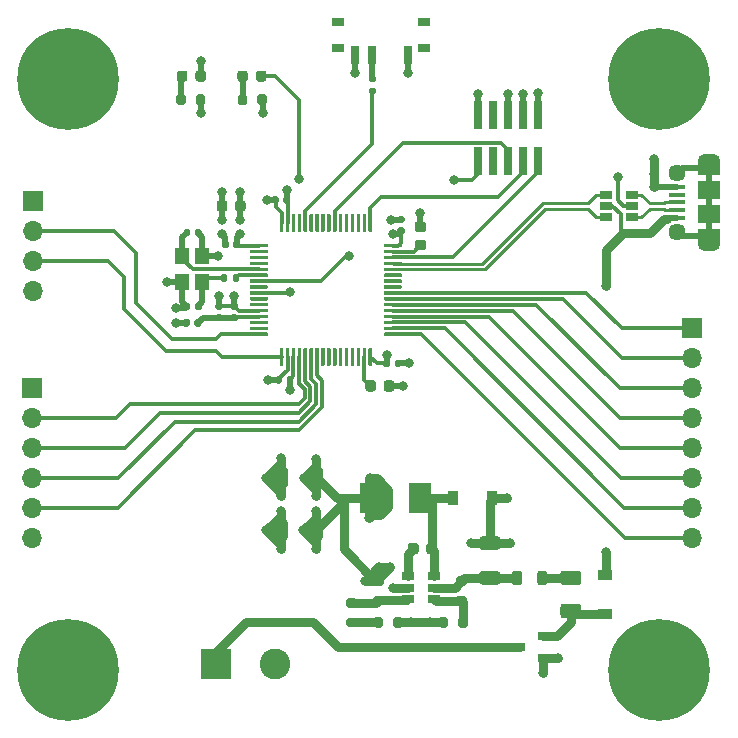
<source format=gbr>
%TF.GenerationSoftware,KiCad,Pcbnew,(5.1.8)-1*%
%TF.CreationDate,2020-12-14T19:22:24+01:00*%
%TF.ProjectId,STM32_Dev_Board,53544d33-325f-4446-9576-5f426f617264,rev?*%
%TF.SameCoordinates,Original*%
%TF.FileFunction,Copper,L1,Top*%
%TF.FilePolarity,Positive*%
%FSLAX46Y46*%
G04 Gerber Fmt 4.6, Leading zero omitted, Abs format (unit mm)*
G04 Created by KiCad (PCBNEW (5.1.8)-1) date 2020-12-14 19:22:24*
%MOMM*%
%LPD*%
G01*
G04 APERTURE LIST*
%TA.AperFunction,SMDPad,CuDef*%
%ADD10R,0.740000X2.400000*%
%TD*%
%TA.AperFunction,SMDPad,CuDef*%
%ADD11R,1.200000X0.900000*%
%TD*%
%TA.AperFunction,SMDPad,CuDef*%
%ADD12R,0.900000X1.200000*%
%TD*%
%TA.AperFunction,ComponentPad*%
%ADD13C,0.900000*%
%TD*%
%TA.AperFunction,ComponentPad*%
%ADD14C,8.600000*%
%TD*%
%TA.AperFunction,SMDPad,CuDef*%
%ADD15R,1.900000X1.500000*%
%TD*%
%TA.AperFunction,ComponentPad*%
%ADD16C,1.450000*%
%TD*%
%TA.AperFunction,SMDPad,CuDef*%
%ADD17R,1.350000X0.400000*%
%TD*%
%TA.AperFunction,ComponentPad*%
%ADD18O,1.900000X1.200000*%
%TD*%
%TA.AperFunction,SMDPad,CuDef*%
%ADD19R,1.900000X1.200000*%
%TD*%
%TA.AperFunction,ComponentPad*%
%ADD20R,2.600000X2.600000*%
%TD*%
%TA.AperFunction,ComponentPad*%
%ADD21C,2.600000*%
%TD*%
%TA.AperFunction,ComponentPad*%
%ADD22R,1.700000X1.700000*%
%TD*%
%TA.AperFunction,ComponentPad*%
%ADD23O,1.700000X1.700000*%
%TD*%
%TA.AperFunction,SMDPad,CuDef*%
%ADD24R,1.900000X2.500000*%
%TD*%
%TA.AperFunction,SMDPad,CuDef*%
%ADD25R,0.900000X0.800000*%
%TD*%
%TA.AperFunction,SMDPad,CuDef*%
%ADD26R,0.700000X1.500000*%
%TD*%
%TA.AperFunction,SMDPad,CuDef*%
%ADD27R,1.000000X0.800000*%
%TD*%
%TA.AperFunction,SMDPad,CuDef*%
%ADD28R,1.060000X0.650000*%
%TD*%
%TA.AperFunction,SMDPad,CuDef*%
%ADD29R,1.200000X1.400000*%
%TD*%
%TA.AperFunction,ViaPad*%
%ADD30C,0.800000*%
%TD*%
%TA.AperFunction,Conductor*%
%ADD31C,0.750000*%
%TD*%
%TA.AperFunction,Conductor*%
%ADD32C,0.300000*%
%TD*%
%TA.AperFunction,Conductor*%
%ADD33C,0.500000*%
%TD*%
%TA.AperFunction,Conductor*%
%ADD34C,0.261112*%
%TD*%
G04 APERTURE END LIST*
D10*
%TO.P,J4,10*%
%TO.N,NRST*%
X90460000Y-62700000D03*
%TO.P,J4,9*%
%TO.N,GND*%
X90460000Y-58800000D03*
%TO.P,J4,8*%
%TO.N,Net-(J4-Pad8)*%
X91730000Y-62700000D03*
%TO.P,J4,7*%
%TO.N,Net-(J4-Pad7)*%
X91730000Y-58800000D03*
%TO.P,J4,6*%
%TO.N,SWO*%
X93000000Y-62700000D03*
%TO.P,J4,5*%
%TO.N,GND*%
X93000000Y-58800000D03*
%TO.P,J4,4*%
%TO.N,SWCLK*%
X94270000Y-62700000D03*
%TO.P,J4,3*%
%TO.N,GND*%
X94270000Y-58800000D03*
%TO.P,J4,2*%
%TO.N,SWDIO*%
X95540000Y-62700000D03*
%TO.P,J4,1*%
%TO.N,+3V3*%
X95540000Y-58800000D03*
%TD*%
%TO.P,C1,1*%
%TO.N,BUCK_IN*%
%TA.AperFunction,SMDPad,CuDef*%
G36*
G01*
X92084001Y-98564000D02*
X90783999Y-98564000D01*
G75*
G02*
X90534000Y-98314001I0J249999D01*
G01*
X90534000Y-97663999D01*
G75*
G02*
X90783999Y-97414000I249999J0D01*
G01*
X92084001Y-97414000D01*
G75*
G02*
X92334000Y-97663999I0J-249999D01*
G01*
X92334000Y-98314001D01*
G75*
G02*
X92084001Y-98564000I-249999J0D01*
G01*
G37*
%TD.AperFunction*%
%TO.P,C1,2*%
%TO.N,GND*%
%TA.AperFunction,SMDPad,CuDef*%
G36*
G01*
X92084001Y-95614000D02*
X90783999Y-95614000D01*
G75*
G02*
X90534000Y-95364001I0J249999D01*
G01*
X90534000Y-94713999D01*
G75*
G02*
X90783999Y-94464000I249999J0D01*
G01*
X92084001Y-94464000D01*
G75*
G02*
X92334000Y-94713999I0J-249999D01*
G01*
X92334000Y-95364001D01*
G75*
G02*
X92084001Y-95614000I-249999J0D01*
G01*
G37*
%TD.AperFunction*%
%TD*%
%TO.P,C2,1*%
%TO.N,+3V3*%
%TA.AperFunction,SMDPad,CuDef*%
G36*
G01*
X77277000Y-88829999D02*
X77277000Y-90130001D01*
G75*
G02*
X77027001Y-90380000I-249999J0D01*
G01*
X76376999Y-90380000D01*
G75*
G02*
X76127000Y-90130001I0J249999D01*
G01*
X76127000Y-88829999D01*
G75*
G02*
X76376999Y-88580000I249999J0D01*
G01*
X77027001Y-88580000D01*
G75*
G02*
X77277000Y-88829999I0J-249999D01*
G01*
G37*
%TD.AperFunction*%
%TO.P,C2,2*%
%TO.N,GND*%
%TA.AperFunction,SMDPad,CuDef*%
G36*
G01*
X74327000Y-88829999D02*
X74327000Y-90130001D01*
G75*
G02*
X74077001Y-90380000I-249999J0D01*
G01*
X73426999Y-90380000D01*
G75*
G02*
X73177000Y-90130001I0J249999D01*
G01*
X73177000Y-88829999D01*
G75*
G02*
X73426999Y-88580000I249999J0D01*
G01*
X74077001Y-88580000D01*
G75*
G02*
X74327000Y-88829999I0J-249999D01*
G01*
G37*
%TD.AperFunction*%
%TD*%
%TO.P,C3,2*%
%TO.N,GND*%
%TA.AperFunction,SMDPad,CuDef*%
G36*
G01*
X74327000Y-93274999D02*
X74327000Y-94575001D01*
G75*
G02*
X74077001Y-94825000I-249999J0D01*
G01*
X73426999Y-94825000D01*
G75*
G02*
X73177000Y-94575001I0J249999D01*
G01*
X73177000Y-93274999D01*
G75*
G02*
X73426999Y-93025000I249999J0D01*
G01*
X74077001Y-93025000D01*
G75*
G02*
X74327000Y-93274999I0J-249999D01*
G01*
G37*
%TD.AperFunction*%
%TO.P,C3,1*%
%TO.N,+3V3*%
%TA.AperFunction,SMDPad,CuDef*%
G36*
G01*
X77277000Y-93274999D02*
X77277000Y-94575001D01*
G75*
G02*
X77027001Y-94825000I-249999J0D01*
G01*
X76376999Y-94825000D01*
G75*
G02*
X76127000Y-94575001I0J249999D01*
G01*
X76127000Y-93274999D01*
G75*
G02*
X76376999Y-93025000I249999J0D01*
G01*
X77027001Y-93025000D01*
G75*
G02*
X77277000Y-93274999I0J-249999D01*
G01*
G37*
%TD.AperFunction*%
%TD*%
%TO.P,C4,1*%
%TO.N,BUCK_BST*%
%TA.AperFunction,SMDPad,CuDef*%
G36*
G01*
X84500000Y-95750000D02*
X84500000Y-95250000D01*
G75*
G02*
X84725000Y-95025000I225000J0D01*
G01*
X85175000Y-95025000D01*
G75*
G02*
X85400000Y-95250000I0J-225000D01*
G01*
X85400000Y-95750000D01*
G75*
G02*
X85175000Y-95975000I-225000J0D01*
G01*
X84725000Y-95975000D01*
G75*
G02*
X84500000Y-95750000I0J225000D01*
G01*
G37*
%TD.AperFunction*%
%TO.P,C4,2*%
%TO.N,BUCK_SW*%
%TA.AperFunction,SMDPad,CuDef*%
G36*
G01*
X86050000Y-95750000D02*
X86050000Y-95250000D01*
G75*
G02*
X86275000Y-95025000I225000J0D01*
G01*
X86725000Y-95025000D01*
G75*
G02*
X86950000Y-95250000I0J-225000D01*
G01*
X86950000Y-95750000D01*
G75*
G02*
X86725000Y-95975000I-225000J0D01*
G01*
X86275000Y-95975000D01*
G75*
G02*
X86050000Y-95750000I0J225000D01*
G01*
G37*
%TD.AperFunction*%
%TD*%
%TO.P,C5,2*%
%TO.N,GND*%
%TA.AperFunction,SMDPad,CuDef*%
G36*
G01*
X69200000Y-66250000D02*
X69200000Y-66750000D01*
G75*
G02*
X68975000Y-66975000I-225000J0D01*
G01*
X68525000Y-66975000D01*
G75*
G02*
X68300000Y-66750000I0J225000D01*
G01*
X68300000Y-66250000D01*
G75*
G02*
X68525000Y-66025000I225000J0D01*
G01*
X68975000Y-66025000D01*
G75*
G02*
X69200000Y-66250000I0J-225000D01*
G01*
G37*
%TD.AperFunction*%
%TO.P,C5,1*%
%TO.N,+3V3*%
%TA.AperFunction,SMDPad,CuDef*%
G36*
G01*
X70750000Y-66250000D02*
X70750000Y-66750000D01*
G75*
G02*
X70525000Y-66975000I-225000J0D01*
G01*
X70075000Y-66975000D01*
G75*
G02*
X69850000Y-66750000I0J225000D01*
G01*
X69850000Y-66250000D01*
G75*
G02*
X70075000Y-66025000I225000J0D01*
G01*
X70525000Y-66025000D01*
G75*
G02*
X70750000Y-66250000I0J-225000D01*
G01*
G37*
%TD.AperFunction*%
%TD*%
%TO.P,C6,1*%
%TO.N,+3V3*%
%TA.AperFunction,SMDPad,CuDef*%
G36*
G01*
X70280000Y-69580000D02*
X70280000Y-69920000D01*
G75*
G02*
X70140000Y-70060000I-140000J0D01*
G01*
X69860000Y-70060000D01*
G75*
G02*
X69720000Y-69920000I0J140000D01*
G01*
X69720000Y-69580000D01*
G75*
G02*
X69860000Y-69440000I140000J0D01*
G01*
X70140000Y-69440000D01*
G75*
G02*
X70280000Y-69580000I0J-140000D01*
G01*
G37*
%TD.AperFunction*%
%TO.P,C6,2*%
%TO.N,GND*%
%TA.AperFunction,SMDPad,CuDef*%
G36*
G01*
X69320000Y-69580000D02*
X69320000Y-69920000D01*
G75*
G02*
X69180000Y-70060000I-140000J0D01*
G01*
X68900000Y-70060000D01*
G75*
G02*
X68760000Y-69920000I0J140000D01*
G01*
X68760000Y-69580000D01*
G75*
G02*
X68900000Y-69440000I140000J0D01*
G01*
X69180000Y-69440000D01*
G75*
G02*
X69320000Y-69580000I0J-140000D01*
G01*
G37*
%TD.AperFunction*%
%TD*%
%TO.P,C7,2*%
%TO.N,GND*%
%TA.AperFunction,SMDPad,CuDef*%
G36*
G01*
X73820000Y-81055000D02*
X73820000Y-81395000D01*
G75*
G02*
X73680000Y-81535000I-140000J0D01*
G01*
X73400000Y-81535000D01*
G75*
G02*
X73260000Y-81395000I0J140000D01*
G01*
X73260000Y-81055000D01*
G75*
G02*
X73400000Y-80915000I140000J0D01*
G01*
X73680000Y-80915000D01*
G75*
G02*
X73820000Y-81055000I0J-140000D01*
G01*
G37*
%TD.AperFunction*%
%TO.P,C7,1*%
%TO.N,+3V3*%
%TA.AperFunction,SMDPad,CuDef*%
G36*
G01*
X74780000Y-81055000D02*
X74780000Y-81395000D01*
G75*
G02*
X74640000Y-81535000I-140000J0D01*
G01*
X74360000Y-81535000D01*
G75*
G02*
X74220000Y-81395000I0J140000D01*
G01*
X74220000Y-81055000D01*
G75*
G02*
X74360000Y-80915000I140000J0D01*
G01*
X74640000Y-80915000D01*
G75*
G02*
X74780000Y-81055000I0J-140000D01*
G01*
G37*
%TD.AperFunction*%
%TD*%
%TO.P,C8,1*%
%TO.N,+3V3*%
%TA.AperFunction,SMDPad,CuDef*%
G36*
G01*
X82411000Y-79998000D02*
X82411000Y-79658000D01*
G75*
G02*
X82551000Y-79518000I140000J0D01*
G01*
X82831000Y-79518000D01*
G75*
G02*
X82971000Y-79658000I0J-140000D01*
G01*
X82971000Y-79998000D01*
G75*
G02*
X82831000Y-80138000I-140000J0D01*
G01*
X82551000Y-80138000D01*
G75*
G02*
X82411000Y-79998000I0J140000D01*
G01*
G37*
%TD.AperFunction*%
%TO.P,C8,2*%
%TO.N,GND*%
%TA.AperFunction,SMDPad,CuDef*%
G36*
G01*
X83371000Y-79998000D02*
X83371000Y-79658000D01*
G75*
G02*
X83511000Y-79518000I140000J0D01*
G01*
X83791000Y-79518000D01*
G75*
G02*
X83931000Y-79658000I0J-140000D01*
G01*
X83931000Y-79998000D01*
G75*
G02*
X83791000Y-80138000I-140000J0D01*
G01*
X83511000Y-80138000D01*
G75*
G02*
X83371000Y-79998000I0J140000D01*
G01*
G37*
%TD.AperFunction*%
%TD*%
%TO.P,C9,2*%
%TO.N,GND*%
%TA.AperFunction,SMDPad,CuDef*%
G36*
G01*
X84075000Y-67916000D02*
X83735000Y-67916000D01*
G75*
G02*
X83595000Y-67776000I0J140000D01*
G01*
X83595000Y-67496000D01*
G75*
G02*
X83735000Y-67356000I140000J0D01*
G01*
X84075000Y-67356000D01*
G75*
G02*
X84215000Y-67496000I0J-140000D01*
G01*
X84215000Y-67776000D01*
G75*
G02*
X84075000Y-67916000I-140000J0D01*
G01*
G37*
%TD.AperFunction*%
%TO.P,C9,1*%
%TO.N,+3V3*%
%TA.AperFunction,SMDPad,CuDef*%
G36*
G01*
X84075000Y-68876000D02*
X83735000Y-68876000D01*
G75*
G02*
X83595000Y-68736000I0J140000D01*
G01*
X83595000Y-68456000D01*
G75*
G02*
X83735000Y-68316000I140000J0D01*
G01*
X84075000Y-68316000D01*
G75*
G02*
X84215000Y-68456000I0J-140000D01*
G01*
X84215000Y-68736000D01*
G75*
G02*
X84075000Y-68876000I-140000J0D01*
G01*
G37*
%TD.AperFunction*%
%TD*%
%TO.P,C10,1*%
%TO.N,+3V3*%
%TA.AperFunction,SMDPad,CuDef*%
G36*
G01*
X72990000Y-66155000D02*
X72990000Y-65815000D01*
G75*
G02*
X73130000Y-65675000I140000J0D01*
G01*
X73410000Y-65675000D01*
G75*
G02*
X73550000Y-65815000I0J-140000D01*
G01*
X73550000Y-66155000D01*
G75*
G02*
X73410000Y-66295000I-140000J0D01*
G01*
X73130000Y-66295000D01*
G75*
G02*
X72990000Y-66155000I0J140000D01*
G01*
G37*
%TD.AperFunction*%
%TO.P,C10,2*%
%TO.N,GND*%
%TA.AperFunction,SMDPad,CuDef*%
G36*
G01*
X73950000Y-66155000D02*
X73950000Y-65815000D01*
G75*
G02*
X74090000Y-65675000I140000J0D01*
G01*
X74370000Y-65675000D01*
G75*
G02*
X74510000Y-65815000I0J-140000D01*
G01*
X74510000Y-66155000D01*
G75*
G02*
X74370000Y-66295000I-140000J0D01*
G01*
X74090000Y-66295000D01*
G75*
G02*
X73950000Y-66155000I0J140000D01*
G01*
G37*
%TD.AperFunction*%
%TD*%
%TO.P,C11,2*%
%TO.N,GND*%
%TA.AperFunction,SMDPad,CuDef*%
G36*
G01*
X68670000Y-75280000D02*
X68330000Y-75280000D01*
G75*
G02*
X68190000Y-75140000I0J140000D01*
G01*
X68190000Y-74860000D01*
G75*
G02*
X68330000Y-74720000I140000J0D01*
G01*
X68670000Y-74720000D01*
G75*
G02*
X68810000Y-74860000I0J-140000D01*
G01*
X68810000Y-75140000D01*
G75*
G02*
X68670000Y-75280000I-140000J0D01*
G01*
G37*
%TD.AperFunction*%
%TO.P,C11,1*%
%TO.N,+3.3VA*%
%TA.AperFunction,SMDPad,CuDef*%
G36*
G01*
X68670000Y-76240000D02*
X68330000Y-76240000D01*
G75*
G02*
X68190000Y-76100000I0J140000D01*
G01*
X68190000Y-75820000D01*
G75*
G02*
X68330000Y-75680000I140000J0D01*
G01*
X68670000Y-75680000D01*
G75*
G02*
X68810000Y-75820000I0J-140000D01*
G01*
X68810000Y-76100000D01*
G75*
G02*
X68670000Y-76240000I-140000J0D01*
G01*
G37*
%TD.AperFunction*%
%TD*%
%TO.P,C12,1*%
%TO.N,+3.3VA*%
%TA.AperFunction,SMDPad,CuDef*%
G36*
G01*
X69978000Y-76240000D02*
X69638000Y-76240000D01*
G75*
G02*
X69498000Y-76100000I0J140000D01*
G01*
X69498000Y-75820000D01*
G75*
G02*
X69638000Y-75680000I140000J0D01*
G01*
X69978000Y-75680000D01*
G75*
G02*
X70118000Y-75820000I0J-140000D01*
G01*
X70118000Y-76100000D01*
G75*
G02*
X69978000Y-76240000I-140000J0D01*
G01*
G37*
%TD.AperFunction*%
%TO.P,C12,2*%
%TO.N,GND*%
%TA.AperFunction,SMDPad,CuDef*%
G36*
G01*
X69978000Y-75280000D02*
X69638000Y-75280000D01*
G75*
G02*
X69498000Y-75140000I0J140000D01*
G01*
X69498000Y-74860000D01*
G75*
G02*
X69638000Y-74720000I140000J0D01*
G01*
X69978000Y-74720000D01*
G75*
G02*
X70118000Y-74860000I0J-140000D01*
G01*
X70118000Y-75140000D01*
G75*
G02*
X69978000Y-75280000I-140000J0D01*
G01*
G37*
%TD.AperFunction*%
%TD*%
%TO.P,C13,1*%
%TO.N,Net-(C13-Pad1)*%
%TA.AperFunction,SMDPad,CuDef*%
G36*
G01*
X80889000Y-81983000D02*
X80889000Y-81483000D01*
G75*
G02*
X81114000Y-81258000I225000J0D01*
G01*
X81564000Y-81258000D01*
G75*
G02*
X81789000Y-81483000I0J-225000D01*
G01*
X81789000Y-81983000D01*
G75*
G02*
X81564000Y-82208000I-225000J0D01*
G01*
X81114000Y-82208000D01*
G75*
G02*
X80889000Y-81983000I0J225000D01*
G01*
G37*
%TD.AperFunction*%
%TO.P,C13,2*%
%TO.N,GND*%
%TA.AperFunction,SMDPad,CuDef*%
G36*
G01*
X82439000Y-81983000D02*
X82439000Y-81483000D01*
G75*
G02*
X82664000Y-81258000I225000J0D01*
G01*
X83114000Y-81258000D01*
G75*
G02*
X83339000Y-81483000I0J-225000D01*
G01*
X83339000Y-81983000D01*
G75*
G02*
X83114000Y-82208000I-225000J0D01*
G01*
X82664000Y-82208000D01*
G75*
G02*
X82439000Y-81983000I0J225000D01*
G01*
G37*
%TD.AperFunction*%
%TD*%
%TO.P,C14,2*%
%TO.N,GND*%
%TA.AperFunction,SMDPad,CuDef*%
G36*
G01*
X85806000Y-68708000D02*
X85306000Y-68708000D01*
G75*
G02*
X85081000Y-68483000I0J225000D01*
G01*
X85081000Y-68033000D01*
G75*
G02*
X85306000Y-67808000I225000J0D01*
G01*
X85806000Y-67808000D01*
G75*
G02*
X86031000Y-68033000I0J-225000D01*
G01*
X86031000Y-68483000D01*
G75*
G02*
X85806000Y-68708000I-225000J0D01*
G01*
G37*
%TD.AperFunction*%
%TO.P,C14,1*%
%TO.N,Net-(C14-Pad1)*%
%TA.AperFunction,SMDPad,CuDef*%
G36*
G01*
X85806000Y-70258000D02*
X85306000Y-70258000D01*
G75*
G02*
X85081000Y-70033000I0J225000D01*
G01*
X85081000Y-69583000D01*
G75*
G02*
X85306000Y-69358000I225000J0D01*
G01*
X85806000Y-69358000D01*
G75*
G02*
X86031000Y-69583000I0J-225000D01*
G01*
X86031000Y-70033000D01*
G75*
G02*
X85806000Y-70258000I-225000J0D01*
G01*
G37*
%TD.AperFunction*%
%TD*%
%TO.P,C15,1*%
%TO.N,HS_CLK_IN*%
%TA.AperFunction,SMDPad,CuDef*%
G36*
G01*
X65510000Y-68920000D02*
X65510000Y-68580000D01*
G75*
G02*
X65650000Y-68440000I140000J0D01*
G01*
X65930000Y-68440000D01*
G75*
G02*
X66070000Y-68580000I0J-140000D01*
G01*
X66070000Y-68920000D01*
G75*
G02*
X65930000Y-69060000I-140000J0D01*
G01*
X65650000Y-69060000D01*
G75*
G02*
X65510000Y-68920000I0J140000D01*
G01*
G37*
%TD.AperFunction*%
%TO.P,C15,2*%
%TO.N,GND*%
%TA.AperFunction,SMDPad,CuDef*%
G36*
G01*
X66470000Y-68920000D02*
X66470000Y-68580000D01*
G75*
G02*
X66610000Y-68440000I140000J0D01*
G01*
X66890000Y-68440000D01*
G75*
G02*
X67030000Y-68580000I0J-140000D01*
G01*
X67030000Y-68920000D01*
G75*
G02*
X66890000Y-69060000I-140000J0D01*
G01*
X66610000Y-69060000D01*
G75*
G02*
X66470000Y-68920000I0J140000D01*
G01*
G37*
%TD.AperFunction*%
%TD*%
%TO.P,C16,2*%
%TO.N,GND*%
%TA.AperFunction,SMDPad,CuDef*%
G36*
G01*
X66080000Y-74830000D02*
X66080000Y-75170000D01*
G75*
G02*
X65940000Y-75310000I-140000J0D01*
G01*
X65660000Y-75310000D01*
G75*
G02*
X65520000Y-75170000I0J140000D01*
G01*
X65520000Y-74830000D01*
G75*
G02*
X65660000Y-74690000I140000J0D01*
G01*
X65940000Y-74690000D01*
G75*
G02*
X66080000Y-74830000I0J-140000D01*
G01*
G37*
%TD.AperFunction*%
%TO.P,C16,1*%
%TO.N,Net-(C16-Pad1)*%
%TA.AperFunction,SMDPad,CuDef*%
G36*
G01*
X67040000Y-74830000D02*
X67040000Y-75170000D01*
G75*
G02*
X66900000Y-75310000I-140000J0D01*
G01*
X66620000Y-75310000D01*
G75*
G02*
X66480000Y-75170000I0J140000D01*
G01*
X66480000Y-74830000D01*
G75*
G02*
X66620000Y-74690000I140000J0D01*
G01*
X66900000Y-74690000D01*
G75*
G02*
X67040000Y-74830000I0J-140000D01*
G01*
G37*
%TD.AperFunction*%
%TD*%
%TO.P,D1,1*%
%TO.N,Net-(D1-Pad1)*%
%TA.AperFunction,SMDPad,CuDef*%
G36*
G01*
X70062500Y-55756250D02*
X70062500Y-55243750D01*
G75*
G02*
X70281250Y-55025000I218750J0D01*
G01*
X70718750Y-55025000D01*
G75*
G02*
X70937500Y-55243750I0J-218750D01*
G01*
X70937500Y-55756250D01*
G75*
G02*
X70718750Y-55975000I-218750J0D01*
G01*
X70281250Y-55975000D01*
G75*
G02*
X70062500Y-55756250I0J218750D01*
G01*
G37*
%TD.AperFunction*%
%TO.P,D1,2*%
%TO.N,STATUS_LED*%
%TA.AperFunction,SMDPad,CuDef*%
G36*
G01*
X71637500Y-55756250D02*
X71637500Y-55243750D01*
G75*
G02*
X71856250Y-55025000I218750J0D01*
G01*
X72293750Y-55025000D01*
G75*
G02*
X72512500Y-55243750I0J-218750D01*
G01*
X72512500Y-55756250D01*
G75*
G02*
X72293750Y-55975000I-218750J0D01*
G01*
X71856250Y-55975000D01*
G75*
G02*
X71637500Y-55756250I0J218750D01*
G01*
G37*
%TD.AperFunction*%
%TD*%
D11*
%TO.P,D2,1*%
%TO.N,Net-(D2-Pad1)*%
X101213000Y-101036000D03*
%TO.P,D2,2*%
%TO.N,+5V*%
X101213000Y-97736000D03*
%TD*%
D12*
%TO.P,D3,2*%
%TO.N,GND*%
X91650000Y-91250000D03*
%TO.P,D3,1*%
%TO.N,BUCK_SW*%
X88350000Y-91250000D03*
%TD*%
%TO.P,D4,2*%
%TO.N,+3V3*%
%TA.AperFunction,SMDPad,CuDef*%
G36*
G01*
X66512500Y-55756250D02*
X66512500Y-55243750D01*
G75*
G02*
X66731250Y-55025000I218750J0D01*
G01*
X67168750Y-55025000D01*
G75*
G02*
X67387500Y-55243750I0J-218750D01*
G01*
X67387500Y-55756250D01*
G75*
G02*
X67168750Y-55975000I-218750J0D01*
G01*
X66731250Y-55975000D01*
G75*
G02*
X66512500Y-55756250I0J218750D01*
G01*
G37*
%TD.AperFunction*%
%TO.P,D4,1*%
%TO.N,Net-(D4-Pad1)*%
%TA.AperFunction,SMDPad,CuDef*%
G36*
G01*
X64937500Y-55756250D02*
X64937500Y-55243750D01*
G75*
G02*
X65156250Y-55025000I218750J0D01*
G01*
X65593750Y-55025000D01*
G75*
G02*
X65812500Y-55243750I0J-218750D01*
G01*
X65812500Y-55756250D01*
G75*
G02*
X65593750Y-55975000I-218750J0D01*
G01*
X65156250Y-55975000D01*
G75*
G02*
X64937500Y-55756250I0J218750D01*
G01*
G37*
%TD.AperFunction*%
%TD*%
%TO.P,F1,1*%
%TO.N,Net-(F1-Pad1)*%
%TA.AperFunction,SMDPad,CuDef*%
G36*
G01*
X97667000Y-97361000D02*
X98917000Y-97361000D01*
G75*
G02*
X99167000Y-97611000I0J-250000D01*
G01*
X99167000Y-98361000D01*
G75*
G02*
X98917000Y-98611000I-250000J0D01*
G01*
X97667000Y-98611000D01*
G75*
G02*
X97417000Y-98361000I0J250000D01*
G01*
X97417000Y-97611000D01*
G75*
G02*
X97667000Y-97361000I250000J0D01*
G01*
G37*
%TD.AperFunction*%
%TO.P,F1,2*%
%TO.N,Net-(D2-Pad1)*%
%TA.AperFunction,SMDPad,CuDef*%
G36*
G01*
X97667000Y-100161000D02*
X98917000Y-100161000D01*
G75*
G02*
X99167000Y-100411000I0J-250000D01*
G01*
X99167000Y-101161000D01*
G75*
G02*
X98917000Y-101411000I-250000J0D01*
G01*
X97667000Y-101411000D01*
G75*
G02*
X97417000Y-101161000I0J250000D01*
G01*
X97417000Y-100411000D01*
G75*
G02*
X97667000Y-100161000I250000J0D01*
G01*
G37*
%TD.AperFunction*%
%TD*%
%TO.P,FB1,1*%
%TO.N,BUCK_IN*%
%TA.AperFunction,SMDPad,CuDef*%
G36*
G01*
X93316500Y-98370250D02*
X93316500Y-97607750D01*
G75*
G02*
X93535250Y-97389000I218750J0D01*
G01*
X93972750Y-97389000D01*
G75*
G02*
X94191500Y-97607750I0J-218750D01*
G01*
X94191500Y-98370250D01*
G75*
G02*
X93972750Y-98589000I-218750J0D01*
G01*
X93535250Y-98589000D01*
G75*
G02*
X93316500Y-98370250I0J218750D01*
G01*
G37*
%TD.AperFunction*%
%TO.P,FB1,2*%
%TO.N,Net-(F1-Pad1)*%
%TA.AperFunction,SMDPad,CuDef*%
G36*
G01*
X95441500Y-98370250D02*
X95441500Y-97607750D01*
G75*
G02*
X95660250Y-97389000I218750J0D01*
G01*
X96097750Y-97389000D01*
G75*
G02*
X96316500Y-97607750I0J-218750D01*
G01*
X96316500Y-98370250D01*
G75*
G02*
X96097750Y-98589000I-218750J0D01*
G01*
X95660250Y-98589000D01*
G75*
G02*
X95441500Y-98370250I0J218750D01*
G01*
G37*
%TD.AperFunction*%
%TD*%
D13*
%TO.P,H1,1*%
%TO.N,GND*%
X58030419Y-103469581D03*
X55750000Y-102525000D03*
X53469581Y-103469581D03*
X52525000Y-105750000D03*
X53469581Y-108030419D03*
X55750000Y-108975000D03*
X58030419Y-108030419D03*
X58975000Y-105750000D03*
D14*
X55750000Y-105750000D03*
%TD*%
D13*
%TO.P,H2,1*%
%TO.N,GND*%
X108030419Y-103469581D03*
X105750000Y-102525000D03*
X103469581Y-103469581D03*
X102525000Y-105750000D03*
X103469581Y-108030419D03*
X105750000Y-108975000D03*
X108030419Y-108030419D03*
X108975000Y-105750000D03*
D14*
X105750000Y-105750000D03*
%TD*%
%TO.P,H3,1*%
%TO.N,GND*%
X105750000Y-55750000D03*
D13*
X108975000Y-55750000D03*
X108030419Y-58030419D03*
X105750000Y-58975000D03*
X103469581Y-58030419D03*
X102525000Y-55750000D03*
X103469581Y-53469581D03*
X105750000Y-52525000D03*
X108030419Y-53469581D03*
%TD*%
D14*
%TO.P,H4,1*%
%TO.N,GND*%
X55750000Y-55750000D03*
D13*
X58975000Y-55750000D03*
X58030419Y-58030419D03*
X55750000Y-58975000D03*
X53469581Y-58030419D03*
X52525000Y-55750000D03*
X53469581Y-53469581D03*
X55750000Y-52525000D03*
X58030419Y-53469581D03*
%TD*%
D15*
%TO.P,J1,6*%
%TO.N,Net-(J1-Pad6)*%
X110000000Y-65175000D03*
D16*
X107300000Y-68675000D03*
D17*
%TO.P,J1,2*%
%TO.N,USB_Conn_D-*%
X107300000Y-66825000D03*
%TO.P,J1,1*%
%TO.N,+5V*%
X107300000Y-67475000D03*
%TO.P,J1,5*%
%TO.N,GND*%
X107300000Y-64875000D03*
%TO.P,J1,4*%
%TO.N,Net-(J1-Pad4)*%
X107300000Y-65525000D03*
%TO.P,J1,3*%
%TO.N,USB_Conn_D+*%
X107300000Y-66175000D03*
D16*
%TO.P,J1,6*%
%TO.N,Net-(J1-Pad6)*%
X107300000Y-63675000D03*
D15*
X110000000Y-67175000D03*
D18*
X110000000Y-69675000D03*
X110000000Y-62675000D03*
D19*
X110000000Y-63275000D03*
X110000000Y-69075000D03*
%TD*%
D20*
%TO.P,J2,1*%
%TO.N,+12V*%
X68250000Y-105250000D03*
D21*
%TO.P,J2,2*%
%TO.N,GND*%
X73250000Y-105250000D03*
%TD*%
D22*
%TO.P,J3,1*%
%TO.N,+3V3*%
X52750000Y-66040000D03*
D23*
%TO.P,J3,2*%
%TO.N,USART2_TX*%
X52750000Y-68580000D03*
%TO.P,J3,3*%
%TO.N,USART4_RX*%
X52750000Y-71120000D03*
%TO.P,J3,4*%
%TO.N,GND*%
X52750000Y-73660000D03*
%TD*%
D22*
%TO.P,J5,1*%
%TO.N,+3V3*%
X52705000Y-81915000D03*
D23*
%TO.P,J5,2*%
%TO.N,SPI1_CS*%
X52705000Y-84455000D03*
%TO.P,J5,3*%
%TO.N,SPI1_SCK*%
X52705000Y-86995000D03*
%TO.P,J5,4*%
%TO.N,SPI1_MISO*%
X52705000Y-89535000D03*
%TO.P,J5,5*%
%TO.N,SPI1_MOSI*%
X52705000Y-92075000D03*
%TO.P,J5,6*%
%TO.N,GND*%
X52705000Y-94615000D03*
%TD*%
D22*
%TO.P,J6,1*%
%TO.N,GPIO_0*%
X108585000Y-76835000D03*
D23*
%TO.P,J6,2*%
%TO.N,GPIO_1*%
X108585000Y-79375000D03*
%TO.P,J6,3*%
%TO.N,GPIO_2*%
X108585000Y-81915000D03*
%TO.P,J6,4*%
%TO.N,GPIO_3*%
X108585000Y-84455000D03*
%TO.P,J6,5*%
%TO.N,GPIO_4*%
X108585000Y-86995000D03*
%TO.P,J6,6*%
%TO.N,GPIO_5*%
X108585000Y-89535000D03*
%TO.P,J6,7*%
%TO.N,GPIO_6*%
X108585000Y-92075000D03*
%TO.P,J6,8*%
%TO.N,GPIO_7*%
X108585000Y-94615000D03*
%TD*%
%TO.P,L1,1*%
%TO.N,+3V3*%
%TA.AperFunction,SMDPad,CuDef*%
G36*
G01*
X65455000Y-76571500D02*
X65455000Y-76226500D01*
G75*
G02*
X65602500Y-76079000I147500J0D01*
G01*
X65897500Y-76079000D01*
G75*
G02*
X66045000Y-76226500I0J-147500D01*
G01*
X66045000Y-76571500D01*
G75*
G02*
X65897500Y-76719000I-147500J0D01*
G01*
X65602500Y-76719000D01*
G75*
G02*
X65455000Y-76571500I0J147500D01*
G01*
G37*
%TD.AperFunction*%
%TO.P,L1,2*%
%TO.N,+3.3VA*%
%TA.AperFunction,SMDPad,CuDef*%
G36*
G01*
X66425000Y-76571500D02*
X66425000Y-76226500D01*
G75*
G02*
X66572500Y-76079000I147500J0D01*
G01*
X66867500Y-76079000D01*
G75*
G02*
X67015000Y-76226500I0J-147500D01*
G01*
X67015000Y-76571500D01*
G75*
G02*
X66867500Y-76719000I-147500J0D01*
G01*
X66572500Y-76719000D01*
G75*
G02*
X66425000Y-76571500I0J147500D01*
G01*
G37*
%TD.AperFunction*%
%TD*%
D24*
%TO.P,L2,1*%
%TO.N,BUCK_SW*%
X85500000Y-91250000D03*
%TO.P,L2,2*%
%TO.N,+3V3*%
X81400000Y-91250000D03*
%TD*%
D25*
%TO.P,Q1,1*%
%TO.N,GND*%
X95974000Y-104781000D03*
%TO.P,Q1,2*%
%TO.N,Net-(D2-Pad1)*%
X95974000Y-102881000D03*
%TO.P,Q1,3*%
%TO.N,+12V*%
X93974000Y-103831000D03*
%TD*%
%TO.P,R1,2*%
%TO.N,BUCK_IN*%
%TA.AperFunction,SMDPad,CuDef*%
G36*
G01*
X89296000Y-98650000D02*
X88746000Y-98650000D01*
G75*
G02*
X88546000Y-98450000I0J200000D01*
G01*
X88546000Y-98050000D01*
G75*
G02*
X88746000Y-97850000I200000J0D01*
G01*
X89296000Y-97850000D01*
G75*
G02*
X89496000Y-98050000I0J-200000D01*
G01*
X89496000Y-98450000D01*
G75*
G02*
X89296000Y-98650000I-200000J0D01*
G01*
G37*
%TD.AperFunction*%
%TO.P,R1,1*%
%TO.N,BUCK_EN*%
%TA.AperFunction,SMDPad,CuDef*%
G36*
G01*
X89296000Y-100300000D02*
X88746000Y-100300000D01*
G75*
G02*
X88546000Y-100100000I0J200000D01*
G01*
X88546000Y-99700000D01*
G75*
G02*
X88746000Y-99500000I200000J0D01*
G01*
X89296000Y-99500000D01*
G75*
G02*
X89496000Y-99700000I0J-200000D01*
G01*
X89496000Y-100100000D01*
G75*
G02*
X89296000Y-100300000I-200000J0D01*
G01*
G37*
%TD.AperFunction*%
%TD*%
%TO.P,R2,1*%
%TO.N,GND*%
%TA.AperFunction,SMDPad,CuDef*%
G36*
G01*
X87100000Y-102025000D02*
X87100000Y-101475000D01*
G75*
G02*
X87300000Y-101275000I200000J0D01*
G01*
X87700000Y-101275000D01*
G75*
G02*
X87900000Y-101475000I0J-200000D01*
G01*
X87900000Y-102025000D01*
G75*
G02*
X87700000Y-102225000I-200000J0D01*
G01*
X87300000Y-102225000D01*
G75*
G02*
X87100000Y-102025000I0J200000D01*
G01*
G37*
%TD.AperFunction*%
%TO.P,R2,2*%
%TO.N,BUCK_EN*%
%TA.AperFunction,SMDPad,CuDef*%
G36*
G01*
X88750000Y-102025000D02*
X88750000Y-101475000D01*
G75*
G02*
X88950000Y-101275000I200000J0D01*
G01*
X89350000Y-101275000D01*
G75*
G02*
X89550000Y-101475000I0J-200000D01*
G01*
X89550000Y-102025000D01*
G75*
G02*
X89350000Y-102225000I-200000J0D01*
G01*
X88950000Y-102225000D01*
G75*
G02*
X88750000Y-102025000I0J200000D01*
G01*
G37*
%TD.AperFunction*%
%TD*%
%TO.P,R3,1*%
%TO.N,BUCK_FB*%
%TA.AperFunction,SMDPad,CuDef*%
G36*
G01*
X82311000Y-100294000D02*
X81761000Y-100294000D01*
G75*
G02*
X81561000Y-100094000I0J200000D01*
G01*
X81561000Y-99694000D01*
G75*
G02*
X81761000Y-99494000I200000J0D01*
G01*
X82311000Y-99494000D01*
G75*
G02*
X82511000Y-99694000I0J-200000D01*
G01*
X82511000Y-100094000D01*
G75*
G02*
X82311000Y-100294000I-200000J0D01*
G01*
G37*
%TD.AperFunction*%
%TO.P,R3,2*%
%TO.N,+3V3*%
%TA.AperFunction,SMDPad,CuDef*%
G36*
G01*
X82311000Y-98644000D02*
X81761000Y-98644000D01*
G75*
G02*
X81561000Y-98444000I0J200000D01*
G01*
X81561000Y-98044000D01*
G75*
G02*
X81761000Y-97844000I200000J0D01*
G01*
X82311000Y-97844000D01*
G75*
G02*
X82511000Y-98044000I0J-200000D01*
G01*
X82511000Y-98444000D01*
G75*
G02*
X82311000Y-98644000I-200000J0D01*
G01*
G37*
%TD.AperFunction*%
%TD*%
%TO.P,R4,1*%
%TO.N,Net-(R4-Pad1)*%
%TA.AperFunction,SMDPad,CuDef*%
G36*
G01*
X80025000Y-102150000D02*
X79475000Y-102150000D01*
G75*
G02*
X79275000Y-101950000I0J200000D01*
G01*
X79275000Y-101550000D01*
G75*
G02*
X79475000Y-101350000I200000J0D01*
G01*
X80025000Y-101350000D01*
G75*
G02*
X80225000Y-101550000I0J-200000D01*
G01*
X80225000Y-101950000D01*
G75*
G02*
X80025000Y-102150000I-200000J0D01*
G01*
G37*
%TD.AperFunction*%
%TO.P,R4,2*%
%TO.N,BUCK_FB*%
%TA.AperFunction,SMDPad,CuDef*%
G36*
G01*
X80025000Y-100500000D02*
X79475000Y-100500000D01*
G75*
G02*
X79275000Y-100300000I0J200000D01*
G01*
X79275000Y-99900000D01*
G75*
G02*
X79475000Y-99700000I200000J0D01*
G01*
X80025000Y-99700000D01*
G75*
G02*
X80225000Y-99900000I0J-200000D01*
G01*
X80225000Y-100300000D01*
G75*
G02*
X80025000Y-100500000I-200000J0D01*
G01*
G37*
%TD.AperFunction*%
%TD*%
%TO.P,R5,2*%
%TO.N,Net-(R4-Pad1)*%
%TA.AperFunction,SMDPad,CuDef*%
G36*
G01*
X82400000Y-101475000D02*
X82400000Y-102025000D01*
G75*
G02*
X82200000Y-102225000I-200000J0D01*
G01*
X81800000Y-102225000D01*
G75*
G02*
X81600000Y-102025000I0J200000D01*
G01*
X81600000Y-101475000D01*
G75*
G02*
X81800000Y-101275000I200000J0D01*
G01*
X82200000Y-101275000D01*
G75*
G02*
X82400000Y-101475000I0J-200000D01*
G01*
G37*
%TD.AperFunction*%
%TO.P,R5,1*%
%TO.N,GND*%
%TA.AperFunction,SMDPad,CuDef*%
G36*
G01*
X84050000Y-101475000D02*
X84050000Y-102025000D01*
G75*
G02*
X83850000Y-102225000I-200000J0D01*
G01*
X83450000Y-102225000D01*
G75*
G02*
X83250000Y-102025000I0J200000D01*
G01*
X83250000Y-101475000D01*
G75*
G02*
X83450000Y-101275000I200000J0D01*
G01*
X83850000Y-101275000D01*
G75*
G02*
X84050000Y-101475000I0J-200000D01*
G01*
G37*
%TD.AperFunction*%
%TD*%
%TO.P,R6,2*%
%TO.N,Net-(D4-Pad1)*%
%TA.AperFunction,SMDPad,CuDef*%
G36*
G01*
X65700000Y-57225000D02*
X65700000Y-57775000D01*
G75*
G02*
X65500000Y-57975000I-200000J0D01*
G01*
X65100000Y-57975000D01*
G75*
G02*
X64900000Y-57775000I0J200000D01*
G01*
X64900000Y-57225000D01*
G75*
G02*
X65100000Y-57025000I200000J0D01*
G01*
X65500000Y-57025000D01*
G75*
G02*
X65700000Y-57225000I0J-200000D01*
G01*
G37*
%TD.AperFunction*%
%TO.P,R6,1*%
%TO.N,GND*%
%TA.AperFunction,SMDPad,CuDef*%
G36*
G01*
X67350000Y-57225000D02*
X67350000Y-57775000D01*
G75*
G02*
X67150000Y-57975000I-200000J0D01*
G01*
X66750000Y-57975000D01*
G75*
G02*
X66550000Y-57775000I0J200000D01*
G01*
X66550000Y-57225000D01*
G75*
G02*
X66750000Y-57025000I200000J0D01*
G01*
X67150000Y-57025000D01*
G75*
G02*
X67350000Y-57225000I0J-200000D01*
G01*
G37*
%TD.AperFunction*%
%TD*%
%TO.P,R7,1*%
%TO.N,Net-(R7-Pad1)*%
%TA.AperFunction,SMDPad,CuDef*%
G36*
G01*
X81315000Y-55480000D02*
X81685000Y-55480000D01*
G75*
G02*
X81820000Y-55615000I0J-135000D01*
G01*
X81820000Y-55885000D01*
G75*
G02*
X81685000Y-56020000I-135000J0D01*
G01*
X81315000Y-56020000D01*
G75*
G02*
X81180000Y-55885000I0J135000D01*
G01*
X81180000Y-55615000D01*
G75*
G02*
X81315000Y-55480000I135000J0D01*
G01*
G37*
%TD.AperFunction*%
%TO.P,R7,2*%
%TO.N,BOOT0*%
%TA.AperFunction,SMDPad,CuDef*%
G36*
G01*
X81315000Y-56500000D02*
X81685000Y-56500000D01*
G75*
G02*
X81820000Y-56635000I0J-135000D01*
G01*
X81820000Y-56905000D01*
G75*
G02*
X81685000Y-57040000I-135000J0D01*
G01*
X81315000Y-57040000D01*
G75*
G02*
X81180000Y-56905000I0J135000D01*
G01*
X81180000Y-56635000D01*
G75*
G02*
X81315000Y-56500000I135000J0D01*
G01*
G37*
%TD.AperFunction*%
%TD*%
%TO.P,R8,2*%
%TO.N,Net-(C16-Pad1)*%
%TA.AperFunction,SMDPad,CuDef*%
G36*
G01*
X69189000Y-72404000D02*
X69189000Y-72774000D01*
G75*
G02*
X69054000Y-72909000I-135000J0D01*
G01*
X68784000Y-72909000D01*
G75*
G02*
X68649000Y-72774000I0J135000D01*
G01*
X68649000Y-72404000D01*
G75*
G02*
X68784000Y-72269000I135000J0D01*
G01*
X69054000Y-72269000D01*
G75*
G02*
X69189000Y-72404000I0J-135000D01*
G01*
G37*
%TD.AperFunction*%
%TO.P,R8,1*%
%TO.N,HS_CLK_OUT*%
%TA.AperFunction,SMDPad,CuDef*%
G36*
G01*
X70209000Y-72404000D02*
X70209000Y-72774000D01*
G75*
G02*
X70074000Y-72909000I-135000J0D01*
G01*
X69804000Y-72909000D01*
G75*
G02*
X69669000Y-72774000I0J135000D01*
G01*
X69669000Y-72404000D01*
G75*
G02*
X69804000Y-72269000I135000J0D01*
G01*
X70074000Y-72269000D01*
G75*
G02*
X70209000Y-72404000I0J-135000D01*
G01*
G37*
%TD.AperFunction*%
%TD*%
%TO.P,R9,1*%
%TO.N,GND*%
%TA.AperFunction,SMDPad,CuDef*%
G36*
G01*
X72550000Y-57225000D02*
X72550000Y-57775000D01*
G75*
G02*
X72350000Y-57975000I-200000J0D01*
G01*
X71950000Y-57975000D01*
G75*
G02*
X71750000Y-57775000I0J200000D01*
G01*
X71750000Y-57225000D01*
G75*
G02*
X71950000Y-57025000I200000J0D01*
G01*
X72350000Y-57025000D01*
G75*
G02*
X72550000Y-57225000I0J-200000D01*
G01*
G37*
%TD.AperFunction*%
%TO.P,R9,2*%
%TO.N,Net-(D1-Pad1)*%
%TA.AperFunction,SMDPad,CuDef*%
G36*
G01*
X70900000Y-57225000D02*
X70900000Y-57775000D01*
G75*
G02*
X70700000Y-57975000I-200000J0D01*
G01*
X70300000Y-57975000D01*
G75*
G02*
X70100000Y-57775000I0J200000D01*
G01*
X70100000Y-57225000D01*
G75*
G02*
X70300000Y-57025000I200000J0D01*
G01*
X70700000Y-57025000D01*
G75*
G02*
X70900000Y-57225000I0J-200000D01*
G01*
G37*
%TD.AperFunction*%
%TD*%
D26*
%TO.P,SW1,1*%
%TO.N,+3V3*%
X84500000Y-53750000D03*
%TO.P,SW1,2*%
%TO.N,Net-(R7-Pad1)*%
X81500000Y-53750000D03*
%TO.P,SW1,3*%
%TO.N,GND*%
X80000000Y-53750000D03*
D27*
%TO.P,SW1,*%
%TO.N,*%
X85900000Y-50890000D03*
X78600000Y-50890000D03*
X78600000Y-53100000D03*
X85900000Y-53100000D03*
%TD*%
%TO.P,U1,1*%
%TO.N,+3V3*%
%TA.AperFunction,SMDPad,CuDef*%
G36*
G01*
X71105000Y-69930000D02*
X71105000Y-69780000D01*
G75*
G02*
X71180000Y-69705000I75000J0D01*
G01*
X72580000Y-69705000D01*
G75*
G02*
X72655000Y-69780000I0J-75000D01*
G01*
X72655000Y-69930000D01*
G75*
G02*
X72580000Y-70005000I-75000J0D01*
G01*
X71180000Y-70005000D01*
G75*
G02*
X71105000Y-69930000I0J75000D01*
G01*
G37*
%TD.AperFunction*%
%TO.P,U1,2*%
%TO.N,Net-(U1-Pad2)*%
%TA.AperFunction,SMDPad,CuDef*%
G36*
G01*
X71105000Y-70430000D02*
X71105000Y-70280000D01*
G75*
G02*
X71180000Y-70205000I75000J0D01*
G01*
X72580000Y-70205000D01*
G75*
G02*
X72655000Y-70280000I0J-75000D01*
G01*
X72655000Y-70430000D01*
G75*
G02*
X72580000Y-70505000I-75000J0D01*
G01*
X71180000Y-70505000D01*
G75*
G02*
X71105000Y-70430000I0J75000D01*
G01*
G37*
%TD.AperFunction*%
%TO.P,U1,3*%
%TO.N,Net-(U1-Pad3)*%
%TA.AperFunction,SMDPad,CuDef*%
G36*
G01*
X71105000Y-70930000D02*
X71105000Y-70780000D01*
G75*
G02*
X71180000Y-70705000I75000J0D01*
G01*
X72580000Y-70705000D01*
G75*
G02*
X72655000Y-70780000I0J-75000D01*
G01*
X72655000Y-70930000D01*
G75*
G02*
X72580000Y-71005000I-75000J0D01*
G01*
X71180000Y-71005000D01*
G75*
G02*
X71105000Y-70930000I0J75000D01*
G01*
G37*
%TD.AperFunction*%
%TO.P,U1,4*%
%TO.N,Net-(U1-Pad4)*%
%TA.AperFunction,SMDPad,CuDef*%
G36*
G01*
X71105000Y-71430000D02*
X71105000Y-71280000D01*
G75*
G02*
X71180000Y-71205000I75000J0D01*
G01*
X72580000Y-71205000D01*
G75*
G02*
X72655000Y-71280000I0J-75000D01*
G01*
X72655000Y-71430000D01*
G75*
G02*
X72580000Y-71505000I-75000J0D01*
G01*
X71180000Y-71505000D01*
G75*
G02*
X71105000Y-71430000I0J75000D01*
G01*
G37*
%TD.AperFunction*%
%TO.P,U1,5*%
%TO.N,HS_CLK_IN*%
%TA.AperFunction,SMDPad,CuDef*%
G36*
G01*
X71105000Y-71930000D02*
X71105000Y-71780000D01*
G75*
G02*
X71180000Y-71705000I75000J0D01*
G01*
X72580000Y-71705000D01*
G75*
G02*
X72655000Y-71780000I0J-75000D01*
G01*
X72655000Y-71930000D01*
G75*
G02*
X72580000Y-72005000I-75000J0D01*
G01*
X71180000Y-72005000D01*
G75*
G02*
X71105000Y-71930000I0J75000D01*
G01*
G37*
%TD.AperFunction*%
%TO.P,U1,6*%
%TO.N,HS_CLK_OUT*%
%TA.AperFunction,SMDPad,CuDef*%
G36*
G01*
X71105000Y-72430000D02*
X71105000Y-72280000D01*
G75*
G02*
X71180000Y-72205000I75000J0D01*
G01*
X72580000Y-72205000D01*
G75*
G02*
X72655000Y-72280000I0J-75000D01*
G01*
X72655000Y-72430000D01*
G75*
G02*
X72580000Y-72505000I-75000J0D01*
G01*
X71180000Y-72505000D01*
G75*
G02*
X71105000Y-72430000I0J75000D01*
G01*
G37*
%TD.AperFunction*%
%TO.P,U1,7*%
%TO.N,NRST*%
%TA.AperFunction,SMDPad,CuDef*%
G36*
G01*
X71105000Y-72930000D02*
X71105000Y-72780000D01*
G75*
G02*
X71180000Y-72705000I75000J0D01*
G01*
X72580000Y-72705000D01*
G75*
G02*
X72655000Y-72780000I0J-75000D01*
G01*
X72655000Y-72930000D01*
G75*
G02*
X72580000Y-73005000I-75000J0D01*
G01*
X71180000Y-73005000D01*
G75*
G02*
X71105000Y-72930000I0J75000D01*
G01*
G37*
%TD.AperFunction*%
%TO.P,U1,8*%
%TO.N,Net-(U1-Pad8)*%
%TA.AperFunction,SMDPad,CuDef*%
G36*
G01*
X71105000Y-73430000D02*
X71105000Y-73280000D01*
G75*
G02*
X71180000Y-73205000I75000J0D01*
G01*
X72580000Y-73205000D01*
G75*
G02*
X72655000Y-73280000I0J-75000D01*
G01*
X72655000Y-73430000D01*
G75*
G02*
X72580000Y-73505000I-75000J0D01*
G01*
X71180000Y-73505000D01*
G75*
G02*
X71105000Y-73430000I0J75000D01*
G01*
G37*
%TD.AperFunction*%
%TO.P,U1,9*%
%TO.N,STATUS_LED*%
%TA.AperFunction,SMDPad,CuDef*%
G36*
G01*
X71105000Y-73930000D02*
X71105000Y-73780000D01*
G75*
G02*
X71180000Y-73705000I75000J0D01*
G01*
X72580000Y-73705000D01*
G75*
G02*
X72655000Y-73780000I0J-75000D01*
G01*
X72655000Y-73930000D01*
G75*
G02*
X72580000Y-74005000I-75000J0D01*
G01*
X71180000Y-74005000D01*
G75*
G02*
X71105000Y-73930000I0J75000D01*
G01*
G37*
%TD.AperFunction*%
%TO.P,U1,10*%
%TO.N,Net-(U1-Pad10)*%
%TA.AperFunction,SMDPad,CuDef*%
G36*
G01*
X71105000Y-74430000D02*
X71105000Y-74280000D01*
G75*
G02*
X71180000Y-74205000I75000J0D01*
G01*
X72580000Y-74205000D01*
G75*
G02*
X72655000Y-74280000I0J-75000D01*
G01*
X72655000Y-74430000D01*
G75*
G02*
X72580000Y-74505000I-75000J0D01*
G01*
X71180000Y-74505000D01*
G75*
G02*
X71105000Y-74430000I0J75000D01*
G01*
G37*
%TD.AperFunction*%
%TO.P,U1,11*%
%TO.N,Net-(U1-Pad11)*%
%TA.AperFunction,SMDPad,CuDef*%
G36*
G01*
X71105000Y-74930000D02*
X71105000Y-74780000D01*
G75*
G02*
X71180000Y-74705000I75000J0D01*
G01*
X72580000Y-74705000D01*
G75*
G02*
X72655000Y-74780000I0J-75000D01*
G01*
X72655000Y-74930000D01*
G75*
G02*
X72580000Y-75005000I-75000J0D01*
G01*
X71180000Y-75005000D01*
G75*
G02*
X71105000Y-74930000I0J75000D01*
G01*
G37*
%TD.AperFunction*%
%TO.P,U1,12*%
%TO.N,GND*%
%TA.AperFunction,SMDPad,CuDef*%
G36*
G01*
X71105000Y-75430000D02*
X71105000Y-75280000D01*
G75*
G02*
X71180000Y-75205000I75000J0D01*
G01*
X72580000Y-75205000D01*
G75*
G02*
X72655000Y-75280000I0J-75000D01*
G01*
X72655000Y-75430000D01*
G75*
G02*
X72580000Y-75505000I-75000J0D01*
G01*
X71180000Y-75505000D01*
G75*
G02*
X71105000Y-75430000I0J75000D01*
G01*
G37*
%TD.AperFunction*%
%TO.P,U1,13*%
%TO.N,+3.3VA*%
%TA.AperFunction,SMDPad,CuDef*%
G36*
G01*
X71105000Y-75930000D02*
X71105000Y-75780000D01*
G75*
G02*
X71180000Y-75705000I75000J0D01*
G01*
X72580000Y-75705000D01*
G75*
G02*
X72655000Y-75780000I0J-75000D01*
G01*
X72655000Y-75930000D01*
G75*
G02*
X72580000Y-76005000I-75000J0D01*
G01*
X71180000Y-76005000D01*
G75*
G02*
X71105000Y-75930000I0J75000D01*
G01*
G37*
%TD.AperFunction*%
%TO.P,U1,14*%
%TO.N,Net-(U1-Pad14)*%
%TA.AperFunction,SMDPad,CuDef*%
G36*
G01*
X71105000Y-76430000D02*
X71105000Y-76280000D01*
G75*
G02*
X71180000Y-76205000I75000J0D01*
G01*
X72580000Y-76205000D01*
G75*
G02*
X72655000Y-76280000I0J-75000D01*
G01*
X72655000Y-76430000D01*
G75*
G02*
X72580000Y-76505000I-75000J0D01*
G01*
X71180000Y-76505000D01*
G75*
G02*
X71105000Y-76430000I0J75000D01*
G01*
G37*
%TD.AperFunction*%
%TO.P,U1,15*%
%TO.N,Net-(U1-Pad15)*%
%TA.AperFunction,SMDPad,CuDef*%
G36*
G01*
X71105000Y-76930000D02*
X71105000Y-76780000D01*
G75*
G02*
X71180000Y-76705000I75000J0D01*
G01*
X72580000Y-76705000D01*
G75*
G02*
X72655000Y-76780000I0J-75000D01*
G01*
X72655000Y-76930000D01*
G75*
G02*
X72580000Y-77005000I-75000J0D01*
G01*
X71180000Y-77005000D01*
G75*
G02*
X71105000Y-76930000I0J75000D01*
G01*
G37*
%TD.AperFunction*%
%TO.P,U1,16*%
%TO.N,USART2_TX*%
%TA.AperFunction,SMDPad,CuDef*%
G36*
G01*
X71105000Y-77430000D02*
X71105000Y-77280000D01*
G75*
G02*
X71180000Y-77205000I75000J0D01*
G01*
X72580000Y-77205000D01*
G75*
G02*
X72655000Y-77280000I0J-75000D01*
G01*
X72655000Y-77430000D01*
G75*
G02*
X72580000Y-77505000I-75000J0D01*
G01*
X71180000Y-77505000D01*
G75*
G02*
X71105000Y-77430000I0J75000D01*
G01*
G37*
%TD.AperFunction*%
%TO.P,U1,17*%
%TO.N,USART4_RX*%
%TA.AperFunction,SMDPad,CuDef*%
G36*
G01*
X73655000Y-79980000D02*
X73655000Y-78580000D01*
G75*
G02*
X73730000Y-78505000I75000J0D01*
G01*
X73880000Y-78505000D01*
G75*
G02*
X73955000Y-78580000I0J-75000D01*
G01*
X73955000Y-79980000D01*
G75*
G02*
X73880000Y-80055000I-75000J0D01*
G01*
X73730000Y-80055000D01*
G75*
G02*
X73655000Y-79980000I0J75000D01*
G01*
G37*
%TD.AperFunction*%
%TO.P,U1,18*%
%TO.N,GND*%
%TA.AperFunction,SMDPad,CuDef*%
G36*
G01*
X74155000Y-79980000D02*
X74155000Y-78580000D01*
G75*
G02*
X74230000Y-78505000I75000J0D01*
G01*
X74380000Y-78505000D01*
G75*
G02*
X74455000Y-78580000I0J-75000D01*
G01*
X74455000Y-79980000D01*
G75*
G02*
X74380000Y-80055000I-75000J0D01*
G01*
X74230000Y-80055000D01*
G75*
G02*
X74155000Y-79980000I0J75000D01*
G01*
G37*
%TD.AperFunction*%
%TO.P,U1,19*%
%TO.N,+3V3*%
%TA.AperFunction,SMDPad,CuDef*%
G36*
G01*
X74655000Y-79980000D02*
X74655000Y-78580000D01*
G75*
G02*
X74730000Y-78505000I75000J0D01*
G01*
X74880000Y-78505000D01*
G75*
G02*
X74955000Y-78580000I0J-75000D01*
G01*
X74955000Y-79980000D01*
G75*
G02*
X74880000Y-80055000I-75000J0D01*
G01*
X74730000Y-80055000D01*
G75*
G02*
X74655000Y-79980000I0J75000D01*
G01*
G37*
%TD.AperFunction*%
%TO.P,U1,20*%
%TO.N,SPI1_CS*%
%TA.AperFunction,SMDPad,CuDef*%
G36*
G01*
X75155000Y-79980000D02*
X75155000Y-78580000D01*
G75*
G02*
X75230000Y-78505000I75000J0D01*
G01*
X75380000Y-78505000D01*
G75*
G02*
X75455000Y-78580000I0J-75000D01*
G01*
X75455000Y-79980000D01*
G75*
G02*
X75380000Y-80055000I-75000J0D01*
G01*
X75230000Y-80055000D01*
G75*
G02*
X75155000Y-79980000I0J75000D01*
G01*
G37*
%TD.AperFunction*%
%TO.P,U1,21*%
%TO.N,SPI1_SCK*%
%TA.AperFunction,SMDPad,CuDef*%
G36*
G01*
X75655000Y-79980000D02*
X75655000Y-78580000D01*
G75*
G02*
X75730000Y-78505000I75000J0D01*
G01*
X75880000Y-78505000D01*
G75*
G02*
X75955000Y-78580000I0J-75000D01*
G01*
X75955000Y-79980000D01*
G75*
G02*
X75880000Y-80055000I-75000J0D01*
G01*
X75730000Y-80055000D01*
G75*
G02*
X75655000Y-79980000I0J75000D01*
G01*
G37*
%TD.AperFunction*%
%TO.P,U1,22*%
%TO.N,SPI1_MISO*%
%TA.AperFunction,SMDPad,CuDef*%
G36*
G01*
X76155000Y-79980000D02*
X76155000Y-78580000D01*
G75*
G02*
X76230000Y-78505000I75000J0D01*
G01*
X76380000Y-78505000D01*
G75*
G02*
X76455000Y-78580000I0J-75000D01*
G01*
X76455000Y-79980000D01*
G75*
G02*
X76380000Y-80055000I-75000J0D01*
G01*
X76230000Y-80055000D01*
G75*
G02*
X76155000Y-79980000I0J75000D01*
G01*
G37*
%TD.AperFunction*%
%TO.P,U1,23*%
%TO.N,SPI1_MOSI*%
%TA.AperFunction,SMDPad,CuDef*%
G36*
G01*
X76655000Y-79980000D02*
X76655000Y-78580000D01*
G75*
G02*
X76730000Y-78505000I75000J0D01*
G01*
X76880000Y-78505000D01*
G75*
G02*
X76955000Y-78580000I0J-75000D01*
G01*
X76955000Y-79980000D01*
G75*
G02*
X76880000Y-80055000I-75000J0D01*
G01*
X76730000Y-80055000D01*
G75*
G02*
X76655000Y-79980000I0J75000D01*
G01*
G37*
%TD.AperFunction*%
%TO.P,U1,24*%
%TO.N,Net-(U1-Pad24)*%
%TA.AperFunction,SMDPad,CuDef*%
G36*
G01*
X77155000Y-79980000D02*
X77155000Y-78580000D01*
G75*
G02*
X77230000Y-78505000I75000J0D01*
G01*
X77380000Y-78505000D01*
G75*
G02*
X77455000Y-78580000I0J-75000D01*
G01*
X77455000Y-79980000D01*
G75*
G02*
X77380000Y-80055000I-75000J0D01*
G01*
X77230000Y-80055000D01*
G75*
G02*
X77155000Y-79980000I0J75000D01*
G01*
G37*
%TD.AperFunction*%
%TO.P,U1,25*%
%TO.N,Net-(U1-Pad25)*%
%TA.AperFunction,SMDPad,CuDef*%
G36*
G01*
X77655000Y-79980000D02*
X77655000Y-78580000D01*
G75*
G02*
X77730000Y-78505000I75000J0D01*
G01*
X77880000Y-78505000D01*
G75*
G02*
X77955000Y-78580000I0J-75000D01*
G01*
X77955000Y-79980000D01*
G75*
G02*
X77880000Y-80055000I-75000J0D01*
G01*
X77730000Y-80055000D01*
G75*
G02*
X77655000Y-79980000I0J75000D01*
G01*
G37*
%TD.AperFunction*%
%TO.P,U1,26*%
%TO.N,Net-(U1-Pad26)*%
%TA.AperFunction,SMDPad,CuDef*%
G36*
G01*
X78155000Y-79980000D02*
X78155000Y-78580000D01*
G75*
G02*
X78230000Y-78505000I75000J0D01*
G01*
X78380000Y-78505000D01*
G75*
G02*
X78455000Y-78580000I0J-75000D01*
G01*
X78455000Y-79980000D01*
G75*
G02*
X78380000Y-80055000I-75000J0D01*
G01*
X78230000Y-80055000D01*
G75*
G02*
X78155000Y-79980000I0J75000D01*
G01*
G37*
%TD.AperFunction*%
%TO.P,U1,27*%
%TO.N,Net-(U1-Pad27)*%
%TA.AperFunction,SMDPad,CuDef*%
G36*
G01*
X78655000Y-79980000D02*
X78655000Y-78580000D01*
G75*
G02*
X78730000Y-78505000I75000J0D01*
G01*
X78880000Y-78505000D01*
G75*
G02*
X78955000Y-78580000I0J-75000D01*
G01*
X78955000Y-79980000D01*
G75*
G02*
X78880000Y-80055000I-75000J0D01*
G01*
X78730000Y-80055000D01*
G75*
G02*
X78655000Y-79980000I0J75000D01*
G01*
G37*
%TD.AperFunction*%
%TO.P,U1,28*%
%TO.N,Net-(U1-Pad28)*%
%TA.AperFunction,SMDPad,CuDef*%
G36*
G01*
X79155000Y-79980000D02*
X79155000Y-78580000D01*
G75*
G02*
X79230000Y-78505000I75000J0D01*
G01*
X79380000Y-78505000D01*
G75*
G02*
X79455000Y-78580000I0J-75000D01*
G01*
X79455000Y-79980000D01*
G75*
G02*
X79380000Y-80055000I-75000J0D01*
G01*
X79230000Y-80055000D01*
G75*
G02*
X79155000Y-79980000I0J75000D01*
G01*
G37*
%TD.AperFunction*%
%TO.P,U1,29*%
%TO.N,Net-(U1-Pad29)*%
%TA.AperFunction,SMDPad,CuDef*%
G36*
G01*
X79655000Y-79980000D02*
X79655000Y-78580000D01*
G75*
G02*
X79730000Y-78505000I75000J0D01*
G01*
X79880000Y-78505000D01*
G75*
G02*
X79955000Y-78580000I0J-75000D01*
G01*
X79955000Y-79980000D01*
G75*
G02*
X79880000Y-80055000I-75000J0D01*
G01*
X79730000Y-80055000D01*
G75*
G02*
X79655000Y-79980000I0J75000D01*
G01*
G37*
%TD.AperFunction*%
%TO.P,U1,30*%
%TO.N,Net-(U1-Pad30)*%
%TA.AperFunction,SMDPad,CuDef*%
G36*
G01*
X80155000Y-79980000D02*
X80155000Y-78580000D01*
G75*
G02*
X80230000Y-78505000I75000J0D01*
G01*
X80380000Y-78505000D01*
G75*
G02*
X80455000Y-78580000I0J-75000D01*
G01*
X80455000Y-79980000D01*
G75*
G02*
X80380000Y-80055000I-75000J0D01*
G01*
X80230000Y-80055000D01*
G75*
G02*
X80155000Y-79980000I0J75000D01*
G01*
G37*
%TD.AperFunction*%
%TO.P,U1,31*%
%TO.N,Net-(C13-Pad1)*%
%TA.AperFunction,SMDPad,CuDef*%
G36*
G01*
X80655000Y-79980000D02*
X80655000Y-78580000D01*
G75*
G02*
X80730000Y-78505000I75000J0D01*
G01*
X80880000Y-78505000D01*
G75*
G02*
X80955000Y-78580000I0J-75000D01*
G01*
X80955000Y-79980000D01*
G75*
G02*
X80880000Y-80055000I-75000J0D01*
G01*
X80730000Y-80055000D01*
G75*
G02*
X80655000Y-79980000I0J75000D01*
G01*
G37*
%TD.AperFunction*%
%TO.P,U1,32*%
%TO.N,+3V3*%
%TA.AperFunction,SMDPad,CuDef*%
G36*
G01*
X81155000Y-79980000D02*
X81155000Y-78580000D01*
G75*
G02*
X81230000Y-78505000I75000J0D01*
G01*
X81380000Y-78505000D01*
G75*
G02*
X81455000Y-78580000I0J-75000D01*
G01*
X81455000Y-79980000D01*
G75*
G02*
X81380000Y-80055000I-75000J0D01*
G01*
X81230000Y-80055000D01*
G75*
G02*
X81155000Y-79980000I0J75000D01*
G01*
G37*
%TD.AperFunction*%
%TO.P,U1,33*%
%TO.N,GPIO_7*%
%TA.AperFunction,SMDPad,CuDef*%
G36*
G01*
X82455000Y-77430000D02*
X82455000Y-77280000D01*
G75*
G02*
X82530000Y-77205000I75000J0D01*
G01*
X83930000Y-77205000D01*
G75*
G02*
X84005000Y-77280000I0J-75000D01*
G01*
X84005000Y-77430000D01*
G75*
G02*
X83930000Y-77505000I-75000J0D01*
G01*
X82530000Y-77505000D01*
G75*
G02*
X82455000Y-77430000I0J75000D01*
G01*
G37*
%TD.AperFunction*%
%TO.P,U1,34*%
%TO.N,GPIO_6*%
%TA.AperFunction,SMDPad,CuDef*%
G36*
G01*
X82455000Y-76930000D02*
X82455000Y-76780000D01*
G75*
G02*
X82530000Y-76705000I75000J0D01*
G01*
X83930000Y-76705000D01*
G75*
G02*
X84005000Y-76780000I0J-75000D01*
G01*
X84005000Y-76930000D01*
G75*
G02*
X83930000Y-77005000I-75000J0D01*
G01*
X82530000Y-77005000D01*
G75*
G02*
X82455000Y-76930000I0J75000D01*
G01*
G37*
%TD.AperFunction*%
%TO.P,U1,35*%
%TO.N,GPIO_5*%
%TA.AperFunction,SMDPad,CuDef*%
G36*
G01*
X82455000Y-76430000D02*
X82455000Y-76280000D01*
G75*
G02*
X82530000Y-76205000I75000J0D01*
G01*
X83930000Y-76205000D01*
G75*
G02*
X84005000Y-76280000I0J-75000D01*
G01*
X84005000Y-76430000D01*
G75*
G02*
X83930000Y-76505000I-75000J0D01*
G01*
X82530000Y-76505000D01*
G75*
G02*
X82455000Y-76430000I0J75000D01*
G01*
G37*
%TD.AperFunction*%
%TO.P,U1,36*%
%TO.N,GPIO_4*%
%TA.AperFunction,SMDPad,CuDef*%
G36*
G01*
X82455000Y-75930000D02*
X82455000Y-75780000D01*
G75*
G02*
X82530000Y-75705000I75000J0D01*
G01*
X83930000Y-75705000D01*
G75*
G02*
X84005000Y-75780000I0J-75000D01*
G01*
X84005000Y-75930000D01*
G75*
G02*
X83930000Y-76005000I-75000J0D01*
G01*
X82530000Y-76005000D01*
G75*
G02*
X82455000Y-75930000I0J75000D01*
G01*
G37*
%TD.AperFunction*%
%TO.P,U1,37*%
%TO.N,GPIO_3*%
%TA.AperFunction,SMDPad,CuDef*%
G36*
G01*
X82455000Y-75430000D02*
X82455000Y-75280000D01*
G75*
G02*
X82530000Y-75205000I75000J0D01*
G01*
X83930000Y-75205000D01*
G75*
G02*
X84005000Y-75280000I0J-75000D01*
G01*
X84005000Y-75430000D01*
G75*
G02*
X83930000Y-75505000I-75000J0D01*
G01*
X82530000Y-75505000D01*
G75*
G02*
X82455000Y-75430000I0J75000D01*
G01*
G37*
%TD.AperFunction*%
%TO.P,U1,38*%
%TO.N,GPIO_2*%
%TA.AperFunction,SMDPad,CuDef*%
G36*
G01*
X82455000Y-74930000D02*
X82455000Y-74780000D01*
G75*
G02*
X82530000Y-74705000I75000J0D01*
G01*
X83930000Y-74705000D01*
G75*
G02*
X84005000Y-74780000I0J-75000D01*
G01*
X84005000Y-74930000D01*
G75*
G02*
X83930000Y-75005000I-75000J0D01*
G01*
X82530000Y-75005000D01*
G75*
G02*
X82455000Y-74930000I0J75000D01*
G01*
G37*
%TD.AperFunction*%
%TO.P,U1,39*%
%TO.N,GPIO_1*%
%TA.AperFunction,SMDPad,CuDef*%
G36*
G01*
X82455000Y-74430000D02*
X82455000Y-74280000D01*
G75*
G02*
X82530000Y-74205000I75000J0D01*
G01*
X83930000Y-74205000D01*
G75*
G02*
X84005000Y-74280000I0J-75000D01*
G01*
X84005000Y-74430000D01*
G75*
G02*
X83930000Y-74505000I-75000J0D01*
G01*
X82530000Y-74505000D01*
G75*
G02*
X82455000Y-74430000I0J75000D01*
G01*
G37*
%TD.AperFunction*%
%TO.P,U1,40*%
%TO.N,GPIO_0*%
%TA.AperFunction,SMDPad,CuDef*%
G36*
G01*
X82455000Y-73930000D02*
X82455000Y-73780000D01*
G75*
G02*
X82530000Y-73705000I75000J0D01*
G01*
X83930000Y-73705000D01*
G75*
G02*
X84005000Y-73780000I0J-75000D01*
G01*
X84005000Y-73930000D01*
G75*
G02*
X83930000Y-74005000I-75000J0D01*
G01*
X82530000Y-74005000D01*
G75*
G02*
X82455000Y-73930000I0J75000D01*
G01*
G37*
%TD.AperFunction*%
%TO.P,U1,41*%
%TO.N,Net-(U1-Pad41)*%
%TA.AperFunction,SMDPad,CuDef*%
G36*
G01*
X82455000Y-73430000D02*
X82455000Y-73280000D01*
G75*
G02*
X82530000Y-73205000I75000J0D01*
G01*
X83930000Y-73205000D01*
G75*
G02*
X84005000Y-73280000I0J-75000D01*
G01*
X84005000Y-73430000D01*
G75*
G02*
X83930000Y-73505000I-75000J0D01*
G01*
X82530000Y-73505000D01*
G75*
G02*
X82455000Y-73430000I0J75000D01*
G01*
G37*
%TD.AperFunction*%
%TO.P,U1,42*%
%TO.N,Net-(U1-Pad42)*%
%TA.AperFunction,SMDPad,CuDef*%
G36*
G01*
X82455000Y-72930000D02*
X82455000Y-72780000D01*
G75*
G02*
X82530000Y-72705000I75000J0D01*
G01*
X83930000Y-72705000D01*
G75*
G02*
X84005000Y-72780000I0J-75000D01*
G01*
X84005000Y-72930000D01*
G75*
G02*
X83930000Y-73005000I-75000J0D01*
G01*
X82530000Y-73005000D01*
G75*
G02*
X82455000Y-72930000I0J75000D01*
G01*
G37*
%TD.AperFunction*%
%TO.P,U1,43*%
%TO.N,Net-(U1-Pad43)*%
%TA.AperFunction,SMDPad,CuDef*%
G36*
G01*
X82455000Y-72430000D02*
X82455000Y-72280000D01*
G75*
G02*
X82530000Y-72205000I75000J0D01*
G01*
X83930000Y-72205000D01*
G75*
G02*
X84005000Y-72280000I0J-75000D01*
G01*
X84005000Y-72430000D01*
G75*
G02*
X83930000Y-72505000I-75000J0D01*
G01*
X82530000Y-72505000D01*
G75*
G02*
X82455000Y-72430000I0J75000D01*
G01*
G37*
%TD.AperFunction*%
%TO.P,U1,44*%
%TO.N,USB_D-*%
%TA.AperFunction,SMDPad,CuDef*%
G36*
G01*
X82455000Y-71930000D02*
X82455000Y-71780000D01*
G75*
G02*
X82530000Y-71705000I75000J0D01*
G01*
X83930000Y-71705000D01*
G75*
G02*
X84005000Y-71780000I0J-75000D01*
G01*
X84005000Y-71930000D01*
G75*
G02*
X83930000Y-72005000I-75000J0D01*
G01*
X82530000Y-72005000D01*
G75*
G02*
X82455000Y-71930000I0J75000D01*
G01*
G37*
%TD.AperFunction*%
%TO.P,U1,45*%
%TO.N,USB_D+*%
%TA.AperFunction,SMDPad,CuDef*%
G36*
G01*
X82455000Y-71430000D02*
X82455000Y-71280000D01*
G75*
G02*
X82530000Y-71205000I75000J0D01*
G01*
X83930000Y-71205000D01*
G75*
G02*
X84005000Y-71280000I0J-75000D01*
G01*
X84005000Y-71430000D01*
G75*
G02*
X83930000Y-71505000I-75000J0D01*
G01*
X82530000Y-71505000D01*
G75*
G02*
X82455000Y-71430000I0J75000D01*
G01*
G37*
%TD.AperFunction*%
%TO.P,U1,46*%
%TO.N,SWDIO*%
%TA.AperFunction,SMDPad,CuDef*%
G36*
G01*
X82455000Y-70930000D02*
X82455000Y-70780000D01*
G75*
G02*
X82530000Y-70705000I75000J0D01*
G01*
X83930000Y-70705000D01*
G75*
G02*
X84005000Y-70780000I0J-75000D01*
G01*
X84005000Y-70930000D01*
G75*
G02*
X83930000Y-71005000I-75000J0D01*
G01*
X82530000Y-71005000D01*
G75*
G02*
X82455000Y-70930000I0J75000D01*
G01*
G37*
%TD.AperFunction*%
%TO.P,U1,47*%
%TO.N,Net-(C14-Pad1)*%
%TA.AperFunction,SMDPad,CuDef*%
G36*
G01*
X82455000Y-70430000D02*
X82455000Y-70280000D01*
G75*
G02*
X82530000Y-70205000I75000J0D01*
G01*
X83930000Y-70205000D01*
G75*
G02*
X84005000Y-70280000I0J-75000D01*
G01*
X84005000Y-70430000D01*
G75*
G02*
X83930000Y-70505000I-75000J0D01*
G01*
X82530000Y-70505000D01*
G75*
G02*
X82455000Y-70430000I0J75000D01*
G01*
G37*
%TD.AperFunction*%
%TO.P,U1,48*%
%TO.N,+3V3*%
%TA.AperFunction,SMDPad,CuDef*%
G36*
G01*
X82455000Y-69930000D02*
X82455000Y-69780000D01*
G75*
G02*
X82530000Y-69705000I75000J0D01*
G01*
X83930000Y-69705000D01*
G75*
G02*
X84005000Y-69780000I0J-75000D01*
G01*
X84005000Y-69930000D01*
G75*
G02*
X83930000Y-70005000I-75000J0D01*
G01*
X82530000Y-70005000D01*
G75*
G02*
X82455000Y-69930000I0J75000D01*
G01*
G37*
%TD.AperFunction*%
%TO.P,U1,49*%
%TO.N,SWCLK*%
%TA.AperFunction,SMDPad,CuDef*%
G36*
G01*
X81155000Y-68630000D02*
X81155000Y-67230000D01*
G75*
G02*
X81230000Y-67155000I75000J0D01*
G01*
X81380000Y-67155000D01*
G75*
G02*
X81455000Y-67230000I0J-75000D01*
G01*
X81455000Y-68630000D01*
G75*
G02*
X81380000Y-68705000I-75000J0D01*
G01*
X81230000Y-68705000D01*
G75*
G02*
X81155000Y-68630000I0J75000D01*
G01*
G37*
%TD.AperFunction*%
%TO.P,U1,50*%
%TO.N,Net-(U1-Pad50)*%
%TA.AperFunction,SMDPad,CuDef*%
G36*
G01*
X80655000Y-68630000D02*
X80655000Y-67230000D01*
G75*
G02*
X80730000Y-67155000I75000J0D01*
G01*
X80880000Y-67155000D01*
G75*
G02*
X80955000Y-67230000I0J-75000D01*
G01*
X80955000Y-68630000D01*
G75*
G02*
X80880000Y-68705000I-75000J0D01*
G01*
X80730000Y-68705000D01*
G75*
G02*
X80655000Y-68630000I0J75000D01*
G01*
G37*
%TD.AperFunction*%
%TO.P,U1,51*%
%TO.N,Net-(U1-Pad51)*%
%TA.AperFunction,SMDPad,CuDef*%
G36*
G01*
X80155000Y-68630000D02*
X80155000Y-67230000D01*
G75*
G02*
X80230000Y-67155000I75000J0D01*
G01*
X80380000Y-67155000D01*
G75*
G02*
X80455000Y-67230000I0J-75000D01*
G01*
X80455000Y-68630000D01*
G75*
G02*
X80380000Y-68705000I-75000J0D01*
G01*
X80230000Y-68705000D01*
G75*
G02*
X80155000Y-68630000I0J75000D01*
G01*
G37*
%TD.AperFunction*%
%TO.P,U1,52*%
%TO.N,Net-(U1-Pad52)*%
%TA.AperFunction,SMDPad,CuDef*%
G36*
G01*
X79655000Y-68630000D02*
X79655000Y-67230000D01*
G75*
G02*
X79730000Y-67155000I75000J0D01*
G01*
X79880000Y-67155000D01*
G75*
G02*
X79955000Y-67230000I0J-75000D01*
G01*
X79955000Y-68630000D01*
G75*
G02*
X79880000Y-68705000I-75000J0D01*
G01*
X79730000Y-68705000D01*
G75*
G02*
X79655000Y-68630000I0J75000D01*
G01*
G37*
%TD.AperFunction*%
%TO.P,U1,53*%
%TO.N,Net-(U1-Pad53)*%
%TA.AperFunction,SMDPad,CuDef*%
G36*
G01*
X79155000Y-68630000D02*
X79155000Y-67230000D01*
G75*
G02*
X79230000Y-67155000I75000J0D01*
G01*
X79380000Y-67155000D01*
G75*
G02*
X79455000Y-67230000I0J-75000D01*
G01*
X79455000Y-68630000D01*
G75*
G02*
X79380000Y-68705000I-75000J0D01*
G01*
X79230000Y-68705000D01*
G75*
G02*
X79155000Y-68630000I0J75000D01*
G01*
G37*
%TD.AperFunction*%
%TO.P,U1,54*%
%TO.N,Net-(U1-Pad54)*%
%TA.AperFunction,SMDPad,CuDef*%
G36*
G01*
X78655000Y-68630000D02*
X78655000Y-67230000D01*
G75*
G02*
X78730000Y-67155000I75000J0D01*
G01*
X78880000Y-67155000D01*
G75*
G02*
X78955000Y-67230000I0J-75000D01*
G01*
X78955000Y-68630000D01*
G75*
G02*
X78880000Y-68705000I-75000J0D01*
G01*
X78730000Y-68705000D01*
G75*
G02*
X78655000Y-68630000I0J75000D01*
G01*
G37*
%TD.AperFunction*%
%TO.P,U1,55*%
%TO.N,SWO*%
%TA.AperFunction,SMDPad,CuDef*%
G36*
G01*
X78155000Y-68630000D02*
X78155000Y-67230000D01*
G75*
G02*
X78230000Y-67155000I75000J0D01*
G01*
X78380000Y-67155000D01*
G75*
G02*
X78455000Y-67230000I0J-75000D01*
G01*
X78455000Y-68630000D01*
G75*
G02*
X78380000Y-68705000I-75000J0D01*
G01*
X78230000Y-68705000D01*
G75*
G02*
X78155000Y-68630000I0J75000D01*
G01*
G37*
%TD.AperFunction*%
%TO.P,U1,56*%
%TO.N,Net-(U1-Pad56)*%
%TA.AperFunction,SMDPad,CuDef*%
G36*
G01*
X77655000Y-68630000D02*
X77655000Y-67230000D01*
G75*
G02*
X77730000Y-67155000I75000J0D01*
G01*
X77880000Y-67155000D01*
G75*
G02*
X77955000Y-67230000I0J-75000D01*
G01*
X77955000Y-68630000D01*
G75*
G02*
X77880000Y-68705000I-75000J0D01*
G01*
X77730000Y-68705000D01*
G75*
G02*
X77655000Y-68630000I0J75000D01*
G01*
G37*
%TD.AperFunction*%
%TO.P,U1,57*%
%TO.N,Net-(U1-Pad57)*%
%TA.AperFunction,SMDPad,CuDef*%
G36*
G01*
X77155000Y-68630000D02*
X77155000Y-67230000D01*
G75*
G02*
X77230000Y-67155000I75000J0D01*
G01*
X77380000Y-67155000D01*
G75*
G02*
X77455000Y-67230000I0J-75000D01*
G01*
X77455000Y-68630000D01*
G75*
G02*
X77380000Y-68705000I-75000J0D01*
G01*
X77230000Y-68705000D01*
G75*
G02*
X77155000Y-68630000I0J75000D01*
G01*
G37*
%TD.AperFunction*%
%TO.P,U1,58*%
%TO.N,Net-(U1-Pad58)*%
%TA.AperFunction,SMDPad,CuDef*%
G36*
G01*
X76655000Y-68630000D02*
X76655000Y-67230000D01*
G75*
G02*
X76730000Y-67155000I75000J0D01*
G01*
X76880000Y-67155000D01*
G75*
G02*
X76955000Y-67230000I0J-75000D01*
G01*
X76955000Y-68630000D01*
G75*
G02*
X76880000Y-68705000I-75000J0D01*
G01*
X76730000Y-68705000D01*
G75*
G02*
X76655000Y-68630000I0J75000D01*
G01*
G37*
%TD.AperFunction*%
%TO.P,U1,59*%
%TO.N,Net-(U1-Pad59)*%
%TA.AperFunction,SMDPad,CuDef*%
G36*
G01*
X76155000Y-68630000D02*
X76155000Y-67230000D01*
G75*
G02*
X76230000Y-67155000I75000J0D01*
G01*
X76380000Y-67155000D01*
G75*
G02*
X76455000Y-67230000I0J-75000D01*
G01*
X76455000Y-68630000D01*
G75*
G02*
X76380000Y-68705000I-75000J0D01*
G01*
X76230000Y-68705000D01*
G75*
G02*
X76155000Y-68630000I0J75000D01*
G01*
G37*
%TD.AperFunction*%
%TO.P,U1,60*%
%TO.N,BOOT0*%
%TA.AperFunction,SMDPad,CuDef*%
G36*
G01*
X75655000Y-68630000D02*
X75655000Y-67230000D01*
G75*
G02*
X75730000Y-67155000I75000J0D01*
G01*
X75880000Y-67155000D01*
G75*
G02*
X75955000Y-67230000I0J-75000D01*
G01*
X75955000Y-68630000D01*
G75*
G02*
X75880000Y-68705000I-75000J0D01*
G01*
X75730000Y-68705000D01*
G75*
G02*
X75655000Y-68630000I0J75000D01*
G01*
G37*
%TD.AperFunction*%
%TO.P,U1,61*%
%TO.N,Net-(U1-Pad61)*%
%TA.AperFunction,SMDPad,CuDef*%
G36*
G01*
X75155000Y-68630000D02*
X75155000Y-67230000D01*
G75*
G02*
X75230000Y-67155000I75000J0D01*
G01*
X75380000Y-67155000D01*
G75*
G02*
X75455000Y-67230000I0J-75000D01*
G01*
X75455000Y-68630000D01*
G75*
G02*
X75380000Y-68705000I-75000J0D01*
G01*
X75230000Y-68705000D01*
G75*
G02*
X75155000Y-68630000I0J75000D01*
G01*
G37*
%TD.AperFunction*%
%TO.P,U1,62*%
%TO.N,Net-(U1-Pad62)*%
%TA.AperFunction,SMDPad,CuDef*%
G36*
G01*
X74655000Y-68630000D02*
X74655000Y-67230000D01*
G75*
G02*
X74730000Y-67155000I75000J0D01*
G01*
X74880000Y-67155000D01*
G75*
G02*
X74955000Y-67230000I0J-75000D01*
G01*
X74955000Y-68630000D01*
G75*
G02*
X74880000Y-68705000I-75000J0D01*
G01*
X74730000Y-68705000D01*
G75*
G02*
X74655000Y-68630000I0J75000D01*
G01*
G37*
%TD.AperFunction*%
%TO.P,U1,63*%
%TO.N,GND*%
%TA.AperFunction,SMDPad,CuDef*%
G36*
G01*
X74155000Y-68630000D02*
X74155000Y-67230000D01*
G75*
G02*
X74230000Y-67155000I75000J0D01*
G01*
X74380000Y-67155000D01*
G75*
G02*
X74455000Y-67230000I0J-75000D01*
G01*
X74455000Y-68630000D01*
G75*
G02*
X74380000Y-68705000I-75000J0D01*
G01*
X74230000Y-68705000D01*
G75*
G02*
X74155000Y-68630000I0J75000D01*
G01*
G37*
%TD.AperFunction*%
%TO.P,U1,64*%
%TO.N,+3V3*%
%TA.AperFunction,SMDPad,CuDef*%
G36*
G01*
X73655000Y-68630000D02*
X73655000Y-67230000D01*
G75*
G02*
X73730000Y-67155000I75000J0D01*
G01*
X73880000Y-67155000D01*
G75*
G02*
X73955000Y-67230000I0J-75000D01*
G01*
X73955000Y-68630000D01*
G75*
G02*
X73880000Y-68705000I-75000J0D01*
G01*
X73730000Y-68705000D01*
G75*
G02*
X73655000Y-68630000I0J75000D01*
G01*
G37*
%TD.AperFunction*%
%TD*%
D28*
%TO.P,U2,5*%
%TO.N,BUCK_IN*%
X86700000Y-98800000D03*
%TO.P,U2,6*%
%TO.N,BUCK_SW*%
X86700000Y-97850000D03*
%TO.P,U2,4*%
%TO.N,BUCK_EN*%
X86700000Y-99750000D03*
%TO.P,U2,3*%
%TO.N,BUCK_FB*%
X84500000Y-99750000D03*
%TO.P,U2,2*%
%TO.N,GND*%
X84500000Y-98800000D03*
%TO.P,U2,1*%
%TO.N,BUCK_BST*%
X84500000Y-97850000D03*
%TD*%
%TO.P,U3,1*%
%TO.N,USB_Conn_D-*%
X103450000Y-67450000D03*
%TO.P,U3,2*%
%TO.N,GND*%
X103450000Y-66500000D03*
%TO.P,U3,3*%
%TO.N,USB_Conn_D+*%
X103450000Y-65550000D03*
%TO.P,U3,4*%
%TO.N,USB_D+*%
X101250000Y-65550000D03*
%TO.P,U3,6*%
%TO.N,USB_D-*%
X101250000Y-67450000D03*
%TO.P,U3,5*%
%TO.N,+5V*%
X101250000Y-66500000D03*
%TD*%
D29*
%TO.P,Y1,1*%
%TO.N,HS_CLK_IN*%
X65402000Y-70750000D03*
%TO.P,Y1,2*%
%TO.N,GND*%
X65402000Y-72950000D03*
%TO.P,Y1,3*%
%TO.N,Net-(C16-Pad1)*%
X67102000Y-72950000D03*
%TO.P,Y1,4*%
%TO.N,GND*%
X67102000Y-70750000D03*
%TD*%
D30*
%TO.N,GND*%
X72650000Y-81250000D03*
%TO.N,+3V3*%
X70300000Y-67650000D03*
%TO.N,GND*%
X64900000Y-75100000D03*
X68500000Y-74150000D03*
X69800000Y-74150000D03*
X64100000Y-72950000D03*
X68400000Y-70700000D03*
X68800000Y-68850000D03*
X68750000Y-67650000D03*
X68750000Y-65350000D03*
X74250000Y-65100000D03*
X66950000Y-58650000D03*
X72200000Y-58650000D03*
X102250000Y-64000000D03*
X105350000Y-64850000D03*
X105350000Y-63750000D03*
X105350000Y-62500000D03*
X80000000Y-55200000D03*
X83050000Y-67700000D03*
X85550000Y-67100000D03*
X84050000Y-81750000D03*
X84550000Y-79800000D03*
X73750000Y-87850000D03*
X73750000Y-91050000D03*
X72450000Y-89500000D03*
X73750000Y-92300000D03*
X73750000Y-95500000D03*
X72500000Y-93950000D03*
X84800000Y-101750000D03*
X86350000Y-101750000D03*
X89800000Y-95050000D03*
X93100000Y-95050000D03*
X92850000Y-91250000D03*
X83250000Y-98800000D03*
X97200000Y-104800000D03*
X95950000Y-106050000D03*
%TO.N,+3V3*%
X70300000Y-65350000D03*
X72550000Y-66000000D03*
X70250000Y-68850000D03*
X64900000Y-76400000D03*
X74500000Y-82100000D03*
X75700000Y-89500000D03*
X76700000Y-91050000D03*
X76700000Y-87900000D03*
X81250000Y-89550000D03*
X82800000Y-90500000D03*
X82800000Y-92000000D03*
X81200000Y-92950000D03*
X76700000Y-92350000D03*
X76700000Y-95500000D03*
X75650000Y-93950000D03*
X82050000Y-97100000D03*
X80850000Y-98250000D03*
X82950000Y-97100000D03*
X66950000Y-54200000D03*
X84500000Y-55250000D03*
%TO.N,GND*%
X90450000Y-57000000D03*
X93000000Y-57000000D03*
X94250000Y-57000000D03*
%TO.N,+3V3*%
X83200000Y-68850000D03*
X82700000Y-79100000D03*
X95550000Y-56950000D03*
%TO.N,STATUS_LED*%
X74500000Y-73750000D03*
X75250000Y-64250000D03*
%TO.N,+5V*%
X101250000Y-73250000D03*
X101250000Y-95750000D03*
%TO.N,NRST*%
X79500000Y-70750000D03*
X88400000Y-64300000D03*
%TD*%
D31*
%TO.N,BUCK_IN*%
X89282000Y-97989000D02*
X89021000Y-98250000D01*
X93754000Y-97989000D02*
X89282000Y-97989000D01*
X88471000Y-98800000D02*
X86700000Y-98800000D01*
X89021000Y-98250000D02*
X88471000Y-98800000D01*
D32*
%TO.N,GND*%
X74305000Y-66040000D02*
X74250000Y-65985000D01*
X74305000Y-67930000D02*
X74305000Y-66040000D01*
X70163000Y-75355000D02*
X69808000Y-75000000D01*
X71880000Y-75355000D02*
X70163000Y-75355000D01*
X69808000Y-75000000D02*
X68500000Y-75000000D01*
D33*
X65402000Y-74602000D02*
X65800000Y-75000000D01*
X65402000Y-72950000D02*
X65402000Y-74602000D01*
X67102000Y-69102000D02*
X66750000Y-68750000D01*
X67102000Y-70750000D02*
X67102000Y-69102000D01*
D32*
X73540000Y-81182020D02*
X73540000Y-81225000D01*
X74305000Y-80417020D02*
X73540000Y-81182020D01*
X74305000Y-79280000D02*
X74305000Y-80417020D01*
X103450000Y-66500000D02*
X102750000Y-66500000D01*
X102750000Y-66500000D02*
X102250000Y-66000000D01*
X102250000Y-66000000D02*
X102250000Y-64000000D01*
D33*
X105375000Y-64875000D02*
X105350000Y-64850000D01*
X107300000Y-64875000D02*
X105375000Y-64875000D01*
X105350000Y-64850000D02*
X105350000Y-63750000D01*
D31*
X105350000Y-64850000D02*
X105350000Y-62500000D01*
D33*
%TO.N,+3V3*%
X95550000Y-58940000D02*
X95540000Y-58950000D01*
%TO.N,GND*%
X93050000Y-58900000D02*
X93000000Y-58950000D01*
%TO.N,Net-(J4-Pad7)*%
X91750000Y-58930000D02*
X91730000Y-58950000D01*
%TO.N,GND*%
X80000000Y-55200000D02*
X80000000Y-53750000D01*
X72200000Y-57550000D02*
X72150000Y-57500000D01*
X72200000Y-58650000D02*
X72200000Y-57550000D01*
X66950000Y-58650000D02*
X66950000Y-57500000D01*
X68750000Y-67650000D02*
X68750000Y-65350000D01*
X69050000Y-69740000D02*
X69040000Y-69750000D01*
X67152000Y-70700000D02*
X67102000Y-70750000D01*
X68400000Y-70700000D02*
X67152000Y-70700000D01*
X64100000Y-72950000D02*
X65402000Y-72950000D01*
X65700000Y-75100000D02*
X65800000Y-75000000D01*
X64900000Y-75100000D02*
X65700000Y-75100000D01*
X68500000Y-74150000D02*
X68500000Y-75000000D01*
X69800000Y-74992000D02*
X69808000Y-75000000D01*
X69800000Y-74150000D02*
X69800000Y-74992000D01*
X74250000Y-65965000D02*
X74230000Y-65985000D01*
X74250000Y-65100000D02*
X74250000Y-65965000D01*
X83841000Y-67700000D02*
X83905000Y-67636000D01*
X83050000Y-67700000D02*
X83841000Y-67700000D01*
X85550000Y-68252000D02*
X85556000Y-68258000D01*
X85550000Y-67100000D02*
X85550000Y-68252000D01*
X73515000Y-81250000D02*
X73540000Y-81225000D01*
X72650000Y-81250000D02*
X73515000Y-81250000D01*
D31*
X84500000Y-98800000D02*
X83250000Y-98800000D01*
X83650000Y-101750000D02*
X84800000Y-101750000D01*
X86350000Y-101750000D02*
X87500000Y-101750000D01*
X86350000Y-101750000D02*
X84800000Y-101750000D01*
X89800000Y-95050000D02*
X93100000Y-95050000D01*
X92850000Y-91250000D02*
X91650000Y-91250000D01*
X91434000Y-91466000D02*
X91650000Y-91250000D01*
X91434000Y-95039000D02*
X91434000Y-91466000D01*
X72525000Y-93925000D02*
X72500000Y-93950000D01*
X73752000Y-93925000D02*
X72525000Y-93925000D01*
X73550000Y-92900000D02*
X73750000Y-92900000D01*
X72500000Y-93950000D02*
X73550000Y-92900000D01*
X73750000Y-92900000D02*
X73750000Y-92300000D01*
X73600000Y-95050000D02*
X73750000Y-95050000D01*
X72500000Y-93950000D02*
X73600000Y-95050000D01*
X73750000Y-95050000D02*
X73750000Y-92900000D01*
X73750000Y-95500000D02*
X73750000Y-95050000D01*
X73650000Y-88300000D02*
X73750000Y-88300000D01*
X72450000Y-89500000D02*
X73650000Y-88300000D01*
X73750000Y-88300000D02*
X73750000Y-87850000D01*
X72450000Y-89500000D02*
X73600000Y-90650000D01*
X73750000Y-90650000D02*
X73750000Y-88300000D01*
X73600000Y-90650000D02*
X73750000Y-90650000D01*
X73750000Y-91050000D02*
X73750000Y-90650000D01*
X73732000Y-89500000D02*
X73752000Y-89480000D01*
X72450000Y-89500000D02*
X73732000Y-89500000D01*
X95950000Y-104805000D02*
X95974000Y-104781000D01*
X95950000Y-106050000D02*
X95950000Y-104805000D01*
X97181000Y-104781000D02*
X97200000Y-104800000D01*
X95974000Y-104781000D02*
X97181000Y-104781000D01*
D33*
X83679000Y-79800000D02*
X83651000Y-79828000D01*
X84550000Y-79800000D02*
X83679000Y-79800000D01*
X82906000Y-81750000D02*
X82889000Y-81733000D01*
X84050000Y-81750000D02*
X82906000Y-81750000D01*
X69040000Y-69090000D02*
X68800000Y-68850000D01*
X69040000Y-69750000D02*
X69040000Y-69090000D01*
D32*
%TO.N,+3V3*%
X73805000Y-67930000D02*
X73805000Y-67055000D01*
X73290000Y-66540000D02*
X73290000Y-65985000D01*
X73805000Y-67055000D02*
X73290000Y-66540000D01*
X83230000Y-69855000D02*
X83645000Y-69855000D01*
X83905000Y-69595000D02*
X83905000Y-68596000D01*
X83645000Y-69855000D02*
X83905000Y-69595000D01*
X81853000Y-79828000D02*
X81305000Y-79280000D01*
X82691000Y-79828000D02*
X81853000Y-79828000D01*
X70105000Y-69855000D02*
X70000000Y-69750000D01*
X71880000Y-69855000D02*
X70105000Y-69855000D01*
X74805000Y-80920000D02*
X74500000Y-81225000D01*
X74805000Y-79280000D02*
X74805000Y-80920000D01*
%TO.N,+3.3VA*%
X67264000Y-75855000D02*
X66720000Y-76399000D01*
X71880000Y-75855000D02*
X67264000Y-75855000D01*
D33*
X69808000Y-75960000D02*
X68500000Y-75960000D01*
X67159000Y-75960000D02*
X66720000Y-76399000D01*
X68500000Y-75960000D02*
X67159000Y-75960000D01*
D32*
%TO.N,Net-(C13-Pad1)*%
X80805000Y-81199000D02*
X81339000Y-81733000D01*
X80805000Y-79280000D02*
X80805000Y-81199000D01*
%TO.N,Net-(C14-Pad1)*%
X85009000Y-70355000D02*
X85556000Y-69808000D01*
X83230000Y-70355000D02*
X85009000Y-70355000D01*
%TO.N,HS_CLK_IN*%
X65402000Y-70980002D02*
X65402000Y-70750000D01*
X66276998Y-71855000D02*
X65402000Y-70980002D01*
X71880000Y-71855000D02*
X66276998Y-71855000D01*
D33*
X65402000Y-69138000D02*
X65790000Y-68750000D01*
X65402000Y-70750000D02*
X65402000Y-69138000D01*
D32*
%TO.N,Net-(C16-Pad1)*%
X67463000Y-72589000D02*
X67102000Y-72950000D01*
X68919000Y-72589000D02*
X67463000Y-72589000D01*
D33*
X67102000Y-74658000D02*
X66760000Y-75000000D01*
X67102000Y-72950000D02*
X67102000Y-74658000D01*
%TO.N,Net-(D1-Pad1)*%
X70500000Y-57500000D02*
X70500000Y-55500000D01*
%TO.N,Net-(D4-Pad1)*%
X65300000Y-55575000D02*
X65375000Y-55500000D01*
X65300000Y-57500000D02*
X65300000Y-55575000D01*
D32*
%TO.N,USART2_TX*%
X64500000Y-77750000D02*
X61500000Y-74750000D01*
X68250000Y-77750000D02*
X64500000Y-77750000D01*
X68645000Y-77355000D02*
X68250000Y-77750000D01*
X71880000Y-77355000D02*
X68645000Y-77355000D01*
X61500000Y-74750000D02*
X61500000Y-70500000D01*
X59580000Y-68580000D02*
X52750000Y-68580000D01*
X61500000Y-70500000D02*
X59580000Y-68580000D01*
%TO.N,USART4_RX*%
X73805000Y-79280000D02*
X68780000Y-79280000D01*
X68780000Y-79280000D02*
X68250000Y-78750000D01*
X68250000Y-78750000D02*
X64000000Y-78750000D01*
X64000000Y-78750000D02*
X60500000Y-75250000D01*
X60500000Y-75250000D02*
X60500000Y-72500000D01*
X59120000Y-71120000D02*
X52750000Y-71120000D01*
X60500000Y-72500000D02*
X59120000Y-71120000D01*
%TO.N,+3V3*%
X53390000Y-82500000D02*
X52750000Y-81860000D01*
D31*
X78472000Y-91250000D02*
X76702000Y-89480000D01*
X81400000Y-91250000D02*
X78472000Y-91250000D01*
X81400000Y-91250000D02*
X79377000Y-91250000D01*
X82036000Y-98244000D02*
X81744000Y-98244000D01*
X79063500Y-95563500D02*
X79063500Y-91563500D01*
X81744000Y-98244000D02*
X79063500Y-95563500D01*
X79063500Y-91563500D02*
X76702000Y-93925000D01*
X79377000Y-91250000D02*
X79063500Y-91563500D01*
D33*
X65749000Y-76400000D02*
X65750000Y-76399000D01*
X64900000Y-76400000D02*
X65749000Y-76400000D01*
X70300000Y-67650000D02*
X70300000Y-65350000D01*
X73255000Y-66000000D02*
X73270000Y-65985000D01*
X72550000Y-66000000D02*
X73255000Y-66000000D01*
D31*
X52760000Y-66050000D02*
X52750000Y-66040000D01*
D33*
X74500000Y-82100000D02*
X74500000Y-81225000D01*
D31*
X76700000Y-87900000D02*
X76700000Y-91050000D01*
X76682000Y-89500000D02*
X76702000Y-89480000D01*
X75700000Y-89500000D02*
X76682000Y-89500000D01*
X76702000Y-92352000D02*
X76700000Y-92350000D01*
X76702000Y-93925000D02*
X76702000Y-92352000D01*
X76700000Y-93927000D02*
X76702000Y-93925000D01*
X76700000Y-95500000D02*
X76700000Y-93927000D01*
X76677000Y-93950000D02*
X76702000Y-93925000D01*
X75650000Y-93950000D02*
X76677000Y-93950000D01*
X81850000Y-89550000D02*
X82800000Y-90500000D01*
X81250000Y-89550000D02*
X81850000Y-89550000D01*
X82800000Y-90500000D02*
X82800000Y-92000000D01*
X82800000Y-92000000D02*
X82150000Y-92650000D01*
X81500000Y-92650000D02*
X81200000Y-92950000D01*
X82150000Y-92650000D02*
X81500000Y-92650000D01*
X81200000Y-89600000D02*
X81250000Y-89550000D01*
X81200000Y-92950000D02*
X81200000Y-89600000D01*
X81250000Y-90450000D02*
X82800000Y-92000000D01*
X81250000Y-89550000D02*
X81250000Y-90450000D01*
X82800000Y-91350000D02*
X81200000Y-92950000D01*
X82800000Y-90500000D02*
X82800000Y-91350000D01*
X82150000Y-90500000D02*
X81400000Y-91250000D01*
X82800000Y-90500000D02*
X82150000Y-90500000D01*
X82800000Y-91100000D02*
X82800000Y-91350000D01*
X81250000Y-89550000D02*
X82800000Y-91100000D01*
X82050000Y-98230000D02*
X82036000Y-98244000D01*
X82050000Y-97100000D02*
X82050000Y-98230000D01*
X76700000Y-95000000D02*
X75650000Y-93950000D01*
X76700000Y-95500000D02*
X76700000Y-95000000D01*
X76700000Y-92900000D02*
X75650000Y-93950000D01*
X76700000Y-92350000D02*
X76700000Y-92900000D01*
X76700000Y-90500000D02*
X75700000Y-89500000D01*
X76700000Y-91050000D02*
X76700000Y-90500000D01*
X76700000Y-88500000D02*
X75700000Y-89500000D01*
X76700000Y-87900000D02*
X76700000Y-88500000D01*
D33*
%TO.N,GND*%
X90450000Y-58940000D02*
X90460000Y-58950000D01*
X90450000Y-58790000D02*
X90460000Y-58800000D01*
X90450000Y-57000000D02*
X90450000Y-58790000D01*
X93000000Y-57000000D02*
X93000000Y-58800000D01*
X94250000Y-58780000D02*
X94270000Y-58800000D01*
X94250000Y-57000000D02*
X94250000Y-58780000D01*
%TO.N,+3V3*%
X84500000Y-55250000D02*
X84500000Y-53750000D01*
X66950000Y-54200000D02*
X66950000Y-55500000D01*
D31*
X82950000Y-97100000D02*
X82050000Y-97100000D01*
X82000000Y-97100000D02*
X80850000Y-98250000D01*
X82050000Y-97100000D02*
X82000000Y-97100000D01*
X82030000Y-98250000D02*
X82036000Y-98244000D01*
X80850000Y-98250000D02*
X82030000Y-98250000D01*
X82036000Y-98014000D02*
X82950000Y-97100000D01*
X82036000Y-98244000D02*
X82036000Y-98014000D01*
D33*
X70000000Y-69100000D02*
X70250000Y-68850000D01*
X70000000Y-69750000D02*
X70000000Y-69100000D01*
X83651000Y-68850000D02*
X83905000Y-68596000D01*
X83200000Y-68850000D02*
X83651000Y-68850000D01*
X82700000Y-79819000D02*
X82691000Y-79828000D01*
X82700000Y-79100000D02*
X82700000Y-79819000D01*
X95550000Y-58790000D02*
X95540000Y-58800000D01*
X95550000Y-56950000D02*
X95550000Y-58790000D01*
D31*
%TO.N,BUCK_BST*%
X84500000Y-95950000D02*
X84950000Y-95500000D01*
X84500000Y-97850000D02*
X84500000Y-95950000D01*
%TO.N,BUCK_SW*%
X86700000Y-95700000D02*
X86500000Y-95500000D01*
X86700000Y-97850000D02*
X86700000Y-95700000D01*
X86500000Y-92250000D02*
X85500000Y-91250000D01*
X86500000Y-95500000D02*
X86500000Y-92250000D01*
X86500000Y-91550000D02*
X86800000Y-91250000D01*
X86500000Y-92250000D02*
X86500000Y-91550000D01*
X86800000Y-91250000D02*
X85500000Y-91250000D01*
X88350000Y-91250000D02*
X86800000Y-91250000D01*
D32*
%TO.N,STATUS_LED*%
X74395000Y-73855000D02*
X74500000Y-73750000D01*
X71880000Y-73855000D02*
X74395000Y-73855000D01*
X75250000Y-64250000D02*
X75250000Y-57500000D01*
X73250000Y-55500000D02*
X72075000Y-55500000D01*
X75250000Y-57500000D02*
X73250000Y-55500000D01*
D31*
%TO.N,Net-(D2-Pad1)*%
X98542000Y-101036000D02*
X98292000Y-100786000D01*
X101213000Y-101036000D02*
X98542000Y-101036000D01*
X95974000Y-102881000D02*
X97119000Y-102881000D01*
X98292000Y-101708000D02*
X98292000Y-100786000D01*
X97119000Y-102881000D02*
X98292000Y-101708000D01*
D33*
%TO.N,+5V*%
X107300000Y-67475000D02*
X106275000Y-67475000D01*
X106275000Y-67475000D02*
X105000000Y-68750000D01*
D32*
X102500000Y-67214998D02*
X101785002Y-66500000D01*
X101785002Y-66500000D02*
X101250000Y-66500000D01*
D31*
X102750000Y-68750000D02*
X105000000Y-68750000D01*
X106157499Y-67592501D02*
X106164999Y-67600001D01*
X106164999Y-67600001D02*
X106275000Y-67600001D01*
X105000000Y-68750000D02*
X106157499Y-67592501D01*
X106164999Y-67600001D02*
X106450997Y-67600001D01*
D32*
X102500000Y-68500000D02*
X102750000Y-68750000D01*
X102500000Y-67214998D02*
X102500000Y-68500000D01*
D31*
X102750000Y-68750000D02*
X102000000Y-69500000D01*
X101250000Y-70250000D02*
X101250000Y-73250000D01*
X102000000Y-69500000D02*
X101250000Y-70250000D01*
X101250000Y-97699000D02*
X101213000Y-97736000D01*
X101250000Y-95750000D02*
X101250000Y-97699000D01*
%TO.N,Net-(F1-Pad1)*%
X95882000Y-97986000D02*
X95879000Y-97989000D01*
X98292000Y-97986000D02*
X95882000Y-97986000D01*
%TO.N,+12V*%
X68250000Y-105250000D02*
X68250000Y-104250000D01*
X68250000Y-104250000D02*
X70750000Y-101750000D01*
X70750000Y-101750000D02*
X76500000Y-101750000D01*
X78581000Y-103831000D02*
X93974000Y-103831000D01*
X76500000Y-101750000D02*
X78581000Y-103831000D01*
D33*
%TO.N,Net-(J1-Pad6)*%
X110000000Y-63275000D02*
X110000000Y-69075000D01*
X107700000Y-69075000D02*
X107300000Y-68675000D01*
X110000000Y-69075000D02*
X107700000Y-69075000D01*
X107700000Y-63275000D02*
X107300000Y-63675000D01*
X110000000Y-63275000D02*
X107700000Y-63275000D01*
D34*
%TO.N,USB_Conn_D-*%
X104245001Y-67450000D02*
X104962845Y-66732156D01*
X103450000Y-67450000D02*
X104245001Y-67450000D01*
X106287499Y-66825000D02*
X106194655Y-66732156D01*
X107300000Y-66825000D02*
X106287499Y-66825000D01*
X106194655Y-66732156D02*
X104962845Y-66732156D01*
%TO.N,USB_Conn_D+*%
X104245001Y-65550000D02*
X104962845Y-66267844D01*
X103450000Y-65550000D02*
X104245001Y-65550000D01*
X106194655Y-66267844D02*
X104962845Y-66267844D01*
X106287499Y-66175000D02*
X106194655Y-66267844D01*
X107300000Y-66175000D02*
X106287499Y-66175000D01*
D32*
%TO.N,SWDIO*%
X95540000Y-63630002D02*
X95540000Y-62700000D01*
X88315002Y-70855000D02*
X95540000Y-63630002D01*
X83230000Y-70855000D02*
X88315002Y-70855000D01*
%TO.N,NRST*%
X90500000Y-62590000D02*
X90460000Y-62550000D01*
%TO.N,SWCLK*%
X81305000Y-67930000D02*
X81305000Y-66695000D01*
X81305000Y-66695000D02*
X82250000Y-65750000D01*
X94270000Y-63630002D02*
X94270000Y-62700000D01*
X92150002Y-65750000D02*
X94270000Y-63630002D01*
X82250000Y-65750000D02*
X92150002Y-65750000D01*
%TO.N,SWO*%
X93000000Y-61769998D02*
X93000000Y-62700000D01*
X92380001Y-61149999D02*
X93000000Y-61769998D01*
X78305000Y-66945000D02*
X84100001Y-61149999D01*
X84100001Y-61149999D02*
X92380001Y-61149999D01*
X78305000Y-67930000D02*
X78305000Y-66945000D01*
%TO.N,NRST*%
X71880000Y-72855000D02*
X77145000Y-72855000D01*
X79250000Y-70750000D02*
X79500000Y-70750000D01*
X77145000Y-72855000D02*
X79250000Y-70750000D01*
X90460000Y-62700000D02*
X90460000Y-63790000D01*
X89950000Y-64300000D02*
X88400000Y-64300000D01*
X90460000Y-63790000D02*
X89950000Y-64300000D01*
%TO.N,SPI1_CS*%
X59795000Y-84455000D02*
X52705000Y-84455000D01*
X75750000Y-82750000D02*
X75250000Y-83250000D01*
X75750000Y-82000000D02*
X75750000Y-82750000D01*
X75305000Y-81555000D02*
X75750000Y-82000000D01*
X75250000Y-83250000D02*
X61000000Y-83250000D01*
X75305000Y-79280000D02*
X75305000Y-81555000D01*
X59795000Y-84455000D02*
X61000000Y-83250000D01*
%TO.N,SPI1_SCK*%
X76250000Y-81792880D02*
X75805000Y-81347880D01*
X75250000Y-84000000D02*
X76250000Y-83000000D01*
X75805000Y-81347880D02*
X75805000Y-79280000D01*
X63500000Y-84000000D02*
X75250000Y-84000000D01*
X60505000Y-86995000D02*
X63500000Y-84000000D01*
X76250000Y-83000000D02*
X76250000Y-81792880D01*
X52705000Y-86995000D02*
X60505000Y-86995000D01*
%TO.N,SPI1_MISO*%
X76305000Y-81055000D02*
X76305000Y-79280000D01*
X76332120Y-81082120D02*
X76305000Y-81055000D01*
X76750010Y-81585770D02*
X76332120Y-81167880D01*
X76750010Y-83249990D02*
X76750010Y-81585770D01*
X76332120Y-81167880D02*
X76332120Y-81082120D01*
X75250000Y-84750000D02*
X76750010Y-83249990D01*
X64750000Y-84750000D02*
X75250000Y-84750000D01*
X59965000Y-89535000D02*
X64750000Y-84750000D01*
X52705000Y-89535000D02*
X59965000Y-89535000D01*
%TO.N,SPI1_MOSI*%
X76805010Y-80847890D02*
X76805010Y-80000000D01*
X77250020Y-81292900D02*
X76805010Y-80847890D01*
X77250020Y-83499980D02*
X77250020Y-81292900D01*
X75250000Y-85500000D02*
X77250020Y-83499980D01*
X66500000Y-85500000D02*
X75250000Y-85500000D01*
X59925000Y-92075000D02*
X66500000Y-85500000D01*
X52705000Y-92075000D02*
X59925000Y-92075000D01*
%TO.N,GPIO_0*%
X83230000Y-73855000D02*
X99605000Y-73855000D01*
X102585000Y-76835000D02*
X108585000Y-76835000D01*
X99605000Y-73855000D02*
X102585000Y-76835000D01*
%TO.N,GPIO_1*%
X83230000Y-74355000D02*
X97605000Y-74355000D01*
X102625000Y-79375000D02*
X108585000Y-79375000D01*
X97605000Y-74355000D02*
X102625000Y-79375000D01*
%TO.N,GPIO_2*%
X83230000Y-74855000D02*
X95355000Y-74855000D01*
X102415000Y-81915000D02*
X108585000Y-81915000D01*
X95355000Y-74855000D02*
X102415000Y-81915000D01*
%TO.N,GPIO_3*%
X83230000Y-75355000D02*
X93355000Y-75355000D01*
X102455000Y-84455000D02*
X108585000Y-84455000D01*
X93355000Y-75355000D02*
X102455000Y-84455000D01*
%TO.N,GPIO_4*%
X83230000Y-75855000D02*
X91355000Y-75855000D01*
X102495000Y-86995000D02*
X108585000Y-86995000D01*
X91355000Y-75855000D02*
X102495000Y-86995000D01*
%TO.N,GPIO_5*%
X83230000Y-76355000D02*
X89355000Y-76355000D01*
X102535000Y-89535000D02*
X108585000Y-89535000D01*
X89355000Y-76355000D02*
X102535000Y-89535000D01*
%TO.N,GPIO_6*%
X83230000Y-76855000D02*
X87605000Y-76855000D01*
X102825000Y-92075000D02*
X108585000Y-92075000D01*
X87605000Y-76855000D02*
X102825000Y-92075000D01*
%TO.N,GPIO_7*%
X83230000Y-77355000D02*
X85605000Y-77355000D01*
X102865000Y-94615000D02*
X108585000Y-94615000D01*
X85605000Y-77355000D02*
X102865000Y-94615000D01*
D31*
%TO.N,BUCK_EN*%
X89150000Y-100029000D02*
X89021000Y-99900000D01*
X89150000Y-101750000D02*
X89150000Y-100029000D01*
X86850000Y-99900000D02*
X86700000Y-99750000D01*
X89021000Y-99900000D02*
X86850000Y-99900000D01*
%TO.N,BUCK_FB*%
X81830000Y-100100000D02*
X82036000Y-99894000D01*
X79750000Y-100100000D02*
X81830000Y-100100000D01*
X84356000Y-99894000D02*
X84500000Y-99750000D01*
X82036000Y-99894000D02*
X84356000Y-99894000D01*
%TO.N,Net-(R4-Pad1)*%
X82000000Y-101750000D02*
X79750000Y-101750000D01*
D33*
%TO.N,Net-(R7-Pad1)*%
X81500000Y-55750000D02*
X81500000Y-53750000D01*
D32*
%TO.N,BOOT0*%
X75805000Y-67930000D02*
X75805000Y-66945000D01*
X81500000Y-61250000D02*
X81500000Y-56770000D01*
X75805000Y-66945000D02*
X81500000Y-61250000D01*
%TO.N,HS_CLK_OUT*%
X70173000Y-72355000D02*
X69939000Y-72589000D01*
X71880000Y-72355000D02*
X70173000Y-72355000D01*
D34*
%TO.N,USB_D-*%
X83230000Y-71855000D02*
X83247844Y-71837156D01*
X83247844Y-71837156D02*
X90991164Y-71837156D01*
X90991164Y-71837156D02*
X96096164Y-66732156D01*
X99737155Y-66732156D02*
X100454999Y-67450000D01*
X96096164Y-66732156D02*
X99737155Y-66732156D01*
X100454999Y-67450000D02*
X101250000Y-67450000D01*
%TO.N,USB_D+*%
X83230000Y-71355000D02*
X83247844Y-71372844D01*
X83247844Y-71372844D02*
X90798836Y-71372844D01*
X90798836Y-71372844D02*
X95903836Y-66267844D01*
X100454999Y-65550000D02*
X101250000Y-65550000D01*
X99737155Y-66267844D02*
X100454999Y-65550000D01*
X95903836Y-66267844D02*
X99737155Y-66267844D01*
%TD*%
M02*

</source>
